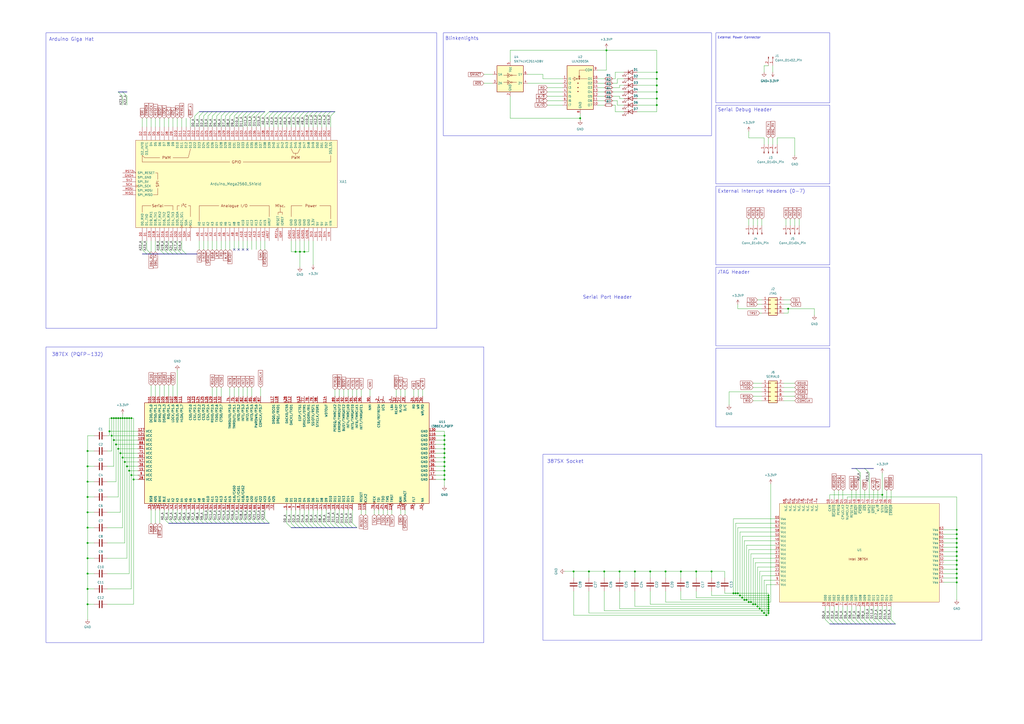
<source format=kicad_sch>
(kicad_sch (version 20231120) (generator "eeschema") (generator_version "8.0")
  (paper "A2")
  (title_block (title "Arduino80386EX + 387SX") (date "2023-01-18") (rev "2"))
  (junction (at 554.99 320.04))
  (junction (at 434.34 349.25))
  (junction (at 445.77 353.06))
  (junction (at 436.88 350.52))
  (junction (at 554.99 327.66))
  (junction (at 430.53 346.71))
  (junction (at 381 45.72))
  (junction (at 394.97 331.47))
  (junction (at 72.39 267.97))
  (junction (at 554.99 317.5))
  (junction (at 554.99 312.42))
  (junction (at 440.69 353.06))
  (junction (at 359.41 331.47))
  (junction (at 50.8 270.51))
  (junction (at 554.99 332.74))
  (junction (at 50.8 323.85))
  (junction (at 429.26 345.44))
  (junction (at 69.85 262.89))
  (junction (at 554.99 325.12))
  (junction (at 71.12 242.57))
  (junction (at 64.77 242.57))
  (junction (at 71.12 265.43))
  (junction (at 50.8 341.63))
  (junction (at 554.99 335.28))
  (junction (at 50.8 306.07))
  (junction (at 368.3 331.47))
  (junction (at 381 41.91))
  (junction (at 173.99 146.05))
  (junction (at 67.31 257.81))
  (junction (at 341.63 331.47))
  (junction (at 257.81 260.35))
  (junction (at 445.77 347.98))
  (junction (at 50.8 314.96))
  (junction (at 69.85 242.57))
  (junction (at 50.8 261.62))
  (junction (at 351.79 29.21))
  (junction (at 443.23 355.6))
  (junction (at 445.77 345.44))
  (junction (at 63.5 250.19))
  (junction (at 74.93 242.57))
  (junction (at 554.99 307.34))
  (junction (at 444.5 356.87))
  (junction (at 257.81 265.43))
  (junction (at 350.52 331.47))
  (junction (at 171.45 146.05))
  (junction (at 381 60.96))
  (junction (at 336.55 68.58))
  (junction (at 50.8 332.74))
  (junction (at 257.81 262.89))
  (junction (at 554.99 314.96))
  (junction (at 176.53 146.05))
  (junction (at 381 49.53))
  (junction (at 257.81 255.27))
  (junction (at 68.58 242.57))
  (junction (at 77.47 278.13))
  (junction (at 457.2 179.07))
  (junction (at 66.04 242.57))
  (junction (at 439.42 351.79))
  (junction (at 257.81 270.51))
  (junction (at 386.08 331.47))
  (junction (at 332.74 331.47))
  (junction (at 445.77 351.79))
  (junction (at 435.61 349.25))
  (junction (at 511.81 287.02))
  (junction (at 73.66 242.57))
  (junction (at 76.2 275.59))
  (junction (at 427.99 344.17))
  (junction (at 257.81 273.05))
  (junction (at 431.8 347.98))
  (junction (at 445.77 349.25))
  (junction (at 445.77 354.33))
  (junction (at 257.81 275.59))
  (junction (at 257.81 252.73))
  (junction (at 68.58 260.35))
  (junction (at 425.45 344.17))
  (junction (at 554.99 309.88))
  (junction (at 257.81 267.97))
  (junction (at 554.99 330.2))
  (junction (at 438.15 350.52))
  (junction (at 554.99 322.58))
  (junction (at 50.8 279.4))
  (junction (at 50.8 350.52))
  (junction (at 445.77 355.6))
  (junction (at 66.04 255.27))
  (junction (at 445.77 350.52))
  (junction (at 74.93 273.05))
  (junction (at 381 57.15))
  (junction (at 50.8 288.29))
  (junction (at 64.77 252.73))
  (junction (at 441.96 354.33))
  (junction (at 257.81 257.81))
  (junction (at 381 53.34))
  (junction (at 50.8 297.18))
  (junction (at 412.75 331.47))
  (junction (at 67.31 242.57))
  (junction (at 73.66 270.51))
  (junction (at 377.19 331.47))
  (junction (at 433.07 347.98))
  (junction (at 445.77 346.71))
  (junction (at 426.72 344.17))
  (junction (at 554.99 337.82))
  (junction (at 76.2 242.57))
  (junction (at 72.39 242.57))
  (junction (at 403.86 331.47))
  (junction (at 257.81 278.13))
  (no_connect (at 143.51 144.78))
  (no_connect (at 140.97 144.78))
  (no_connect (at 135.89 144.78))
  (no_connect (at 138.43 144.78))
  (bus_entry (at 506.73 359.41) (size 2.54 2.54))
  (bus_entry (at 140.97 300.99) (size 2.54 2.54))
  (bus_entry (at 496.57 271.78) (size 2.54 2.54))
  (bus_entry (at 107.95 300.99) (size 2.54 2.54))
  (bus_entry (at 85.09 144.78) (size 2.54 2.54))
  (bus_entry (at 135.89 64.77) (size -2.54 2.54))
  (bus_entry (at 189.23 67.31) (size 2.54 -2.54))
  (bus_entry (at 130.81 300.99) (size 2.54 2.54))
  (bus_entry (at 118.11 300.99) (size 2.54 2.54))
  (bus_entry (at 95.25 300.99) (size 2.54 2.54))
  (bus_entry (at 504.19 361.95) (size -2.54 -2.54))
  (bus_entry (at 173.99 306.07) (size -2.54 -2.54))
  (bus_entry (at 148.59 303.53) (size -2.54 -2.54))
  (bus_entry (at 509.27 359.41) (size 2.54 2.54))
  (bus_entry (at 133.35 64.77) (size -2.54 2.54))
  (bus_entry (at 100.33 144.78) (size 2.54 2.54))
  (bus_entry (at 504.19 274.32) (size -2.54 -2.54))
  (bus_entry (at 514.35 359.41) (size 2.54 2.54))
  (bus_entry (at 519.43 361.95) (size -2.54 -2.54))
  (bus_entry (at 113.03 300.99) (size 2.54 2.54))
  (bus_entry (at 171.45 306.07) (size -2.54 -2.54))
  (bus_entry (at 143.51 64.77) (size -2.54 2.54))
  (bus_entry (at 184.15 67.31) (size 2.54 -2.54))
  (bus_entry (at 128.27 300.99) (size 2.54 2.54))
  (bus_entry (at 181.61 67.31) (size 2.54 -2.54))
  (bus_entry (at 102.87 300.99) (size 2.54 2.54))
  (bus_entry (at 123.19 300.99) (size 2.54 2.54))
  (bus_entry (at 166.37 67.31) (size 2.54 -2.54))
  (bus_entry (at 153.67 64.77) (size -2.54 2.54))
  (bus_entry (at 151.13 303.53) (size -2.54 -2.54))
  (bus_entry (at 120.65 300.99) (size 2.54 2.54))
  (bus_entry (at 168.91 67.31) (size 2.54 -2.54))
  (bus_entry (at 115.57 300.99) (size 2.54 2.54))
  (bus_entry (at 146.05 303.53) (size -2.54 -2.54))
  (bus_entry (at 168.91 306.07) (size -2.54 -2.54))
  (bus_entry (at 191.77 306.07) (size -2.54 -2.54))
  (bus_entry (at 148.59 64.77) (size -2.54 2.54))
  (bus_entry (at 194.31 303.53) (size 2.54 2.54))
  (bus_entry (at 146.05 64.77) (size -2.54 2.54))
  (bus_entry (at 92.71 144.78) (size 2.54 2.54))
  (bus_entry (at 125.73 300.99) (size 2.54 2.54))
  (bus_entry (at 499.11 361.95) (size -2.54 -2.54))
  (bus_entry (at 102.87 144.78) (size 2.54 2.54))
  (bus_entry (at 501.65 361.95) (size -2.54 -2.54))
  (bus_entry (at 207.01 306.07) (size -2.54 -2.54))
  (bus_entry (at 179.07 306.07) (size -2.54 -2.54))
  (bus_entry (at 135.89 300.99) (size 2.54 2.54))
  (bus_entry (at 496.57 361.95) (size -2.54 -2.54))
  (bus_entry (at 105.41 144.78) (size 2.54 2.54))
  (bus_entry (at 100.33 300.99) (size 2.54 2.54))
  (bus_entry (at 128.27 64.77) (size -2.54 2.54))
  (bus_entry (at 179.07 67.31) (size 2.54 -2.54))
  (bus_entry (at 97.79 144.78) (size 2.54 2.54))
  (bus_entry (at 105.41 300.99) (size 2.54 2.54))
  (bus_entry (at 130.81 64.77) (size -2.54 2.54))
  (bus_entry (at 82.55 144.78) (size 2.54 2.54))
  (bus_entry (at 97.79 300.99) (size 2.54 2.54))
  (bus_entry (at 488.95 361.95) (size -2.54 -2.54))
  (bus_entry (at 120.65 67.31) (size 2.54 -2.54))
  (bus_entry (at 110.49 300.99) (size 2.54 2.54))
  (bus_entry (at 151.13 64.77) (size -2.54 2.54))
  (bus_entry (at 191.77 67.31) (size 2.54 -2.54))
  (bus_entry (at 481.33 361.95) (size -2.54 -2.54))
  (bus_entry (at 153.67 300.99) (size 2.54 2.54))
  (bus_entry (at 184.15 306.07) (size -2.54 -2.54))
  (bus_entry (at 163.83 64.77) (size -2.54 2.54))
  (bus_entry (at 514.35 361.95) (size -2.54 -2.54))
  (bus_entry (at 166.37 64.77) (size -2.54 2.54))
  (bus_entry (at 201.93 306.07) (size -2.54 -2.54))
  (bus_entry (at 494.03 361.95) (size -2.54 -2.54))
  (bus_entry (at 194.31 306.07) (size -2.54 -2.54))
  (bus_entry (at 176.53 67.31) (size 2.54 -2.54))
  (bus_entry (at 176.53 306.07) (size -2.54 -2.54))
  (bus_entry (at 151.13 300.99) (size 2.54 2.54))
  (bus_entry (at 73.66 55.88) (size -2.54 -2.54))
  (bus_entry (at 196.85 303.53) (size 2.54 2.54))
  (bus_entry (at 95.25 144.78) (size 2.54 2.54))
  (bus_entry (at 71.12 55.88) (size -2.54 -2.54))
  (bus_entry (at 138.43 300.99) (size 2.54 2.54))
  (bus_entry (at 486.41 361.95) (size -2.54 -2.54))
  (bus_entry (at 189.23 306.07) (size -2.54 -2.54))
  (bus_entry (at 133.35 300.99) (size 2.54 2.54))
  (bus_entry (at 186.69 67.31) (size 2.54 -2.54))
  (bus_entry (at 156.21 64.77) (size -2.54 2.54))
  (bus_entry (at 181.61 306.07) (size -2.54 -2.54))
  (bus_entry (at 173.99 67.31) (size 2.54 -2.54))
  (bus_entry (at 125.73 64.77) (size -2.54 2.54))
  (bus_entry (at 201.93 303.53) (size 2.54 2.54))
  (bus_entry (at 115.57 67.31) (size 2.54 -2.54))
  (bus_entry (at 140.97 64.77) (size -2.54 2.54))
  (bus_entry (at 138.43 64.77) (size -2.54 2.54))
  (bus_entry (at 161.29 64.77) (size -2.54 2.54))
  (bus_entry (at 506.73 361.95) (size -2.54 -2.54))
  (bus_entry (at 483.87 361.95) (size -2.54 -2.54))
  (bus_entry (at 115.57 64.77) (size -2.54 2.54))
  (bus_entry (at 171.45 67.31) (size 2.54 -2.54))
  (bus_entry (at 186.69 306.07) (size -2.54 -2.54))
  (bus_entry (at 158.75 64.77) (size -2.54 2.54))
  (bus_entry (at 491.49 361.95) (size -2.54 -2.54))
  (bus_entry (at 118.11 67.31) (size 2.54 -2.54))
  (wire (pts (xy 62.23 306.07) (xy 71.12 306.07)))
  (wire (pts (xy 491.49 351.79) (xy 491.49 359.41)))
  (wire (pts (xy 494.03 351.79) (xy 494.03 359.41)))
  (wire (pts (xy 454.66 173.99) (xy 458.47 173.99)))
  (wire (pts (xy 138.43 300.99) (xy 138.43 295.91)))
  (wire (pts (xy 50.8 350.52) (xy 54.61 350.52)))
  (wire (pts (xy 62.23 332.74) (xy 74.93 332.74)))
  (bus (pts (xy 135.89 303.53) (xy 138.43 303.53)))
  (wire (pts (xy 355.6 53.34) (xy 361.95 53.34)))
  (wire (pts (xy 153.67 300.99) (xy 153.67 295.91)))
  (bus (pts (xy 501.65 271.78) (xy 506.73 271.78)))
  (wire (pts (xy 201.93 295.91) (xy 201.93 303.53)))
  (wire (pts (xy 234.95 226.06) (xy 234.95 229.87)))
  (wire (pts (xy 361.95 57.15) (xy 359.41 57.15)))
  (wire (pts (xy 102.87 68.58) (xy 102.87 73.66)))
  (bus (pts (xy 105.41 303.53) (xy 107.95 303.53)))
  (wire (pts (xy 332.74 342.9) (xy 332.74 356.87)))
  (bus (pts (xy 514.35 361.95) (xy 516.89 361.95)))
  (wire (pts (xy 449.58 339.09) (xy 444.5 339.09)))
  (wire (pts (xy 125.73 224.79) (xy 125.73 229.87)))
  (wire (pts (xy 156.21 67.31) (xy 156.21 73.66)))
  (wire (pts (xy 444.5 356.87) (xy 445.77 356.87)))
  (wire (pts (xy 445.77 356.87) (xy 445.77 355.6)))
  (wire (pts (xy 547.37 327.66) (xy 554.99 327.66)))
  (wire (pts (xy 113.03 300.99) (xy 113.03 295.91)))
  (wire (pts (xy 358.14 48.26) (xy 355.6 48.26)))
  (wire (pts (xy 179.07 67.31) (xy 179.07 73.66)))
  (wire (pts (xy 455.93 127) (xy 455.93 130.81)))
  (wire (pts (xy 356.87 60.96) (xy 356.87 64.77)))
  (wire (pts (xy 74.93 273.05) (xy 74.93 242.57)))
  (bus (pts (xy 102.87 147.32) (xy 105.41 147.32)))
  (wire (pts (xy 146.05 224.79) (xy 146.05 229.87)))
  (wire (pts (xy 63.5 250.19) (xy 80.01 250.19)))
  (wire (pts (xy 461.01 80.01) (xy 461.01 90.17)))
  (wire (pts (xy 547.37 309.88) (xy 554.99 309.88)))
  (wire (pts (xy 196.85 295.91) (xy 196.85 303.53)))
  (wire (pts (xy 138.43 224.79) (xy 138.43 229.87)))
  (bus (pts (xy 516.89 361.95) (xy 519.43 361.95)))
  (wire (pts (xy 181.61 295.91) (xy 181.61 303.53)))
  (wire (pts (xy 163.83 67.31) (xy 163.83 73.66)))
  (wire (pts (xy 135.89 67.31) (xy 135.89 73.66)))
  (wire (pts (xy 73.66 270.51) (xy 80.01 270.51)))
  (wire (pts (xy 501.65 284.48) (xy 501.65 289.56)))
  (wire (pts (xy 135.89 139.7) (xy 135.89 144.78)))
  (wire (pts (xy 317.5 55.88) (xy 326.39 55.88)))
  (wire (pts (xy 125.73 139.7) (xy 125.73 144.78)))
  (bus (pts (xy 491.49 361.95) (xy 494.03 361.95)))
  (wire (pts (xy 69.85 262.89) (xy 80.01 262.89)))
  (wire (pts (xy 87.63 139.7) (xy 87.63 146.05)))
  (wire (pts (xy 317.5 60.96) (xy 326.39 60.96)))
  (wire (pts (xy 50.8 279.4) (xy 54.61 279.4)))
  (wire (pts (xy 450.85 80.01) (xy 461.01 80.01)))
  (wire (pts (xy 427.99 344.17) (xy 445.77 344.17)))
  (wire (pts (xy 449.58 316.23) (xy 433.07 316.23)))
  (wire (pts (xy 71.12 242.57) (xy 72.39 242.57)))
  (wire (pts (xy 50.8 270.51) (xy 50.8 279.4)))
  (wire (pts (xy 427.99 179.07) (xy 441.96 179.07)))
  (wire (pts (xy 420.37 331.47) (xy 420.37 335.28)))
  (wire (pts (xy 445.77 354.33) (xy 445.77 353.06)))
  (wire (pts (xy 511.81 274.32) (xy 511.81 287.02)))
  (bus (pts (xy 146.05 64.77) (xy 143.51 64.77)))
  (bus (pts (xy 140.97 64.77) (xy 138.43 64.77)))
  (wire (pts (xy 356.87 41.91) (xy 356.87 45.72)))
  (wire (pts (xy 140.97 300.99) (xy 140.97 295.91)))
  (wire (pts (xy 361.95 60.96) (xy 358.14 60.96)))
  (wire (pts (xy 381 53.34) (xy 381 57.15)))
  (wire (pts (xy 100.33 300.99) (xy 100.33 295.91)))
  (wire (pts (xy 351.79 29.21) (xy 351.79 40.64)))
  (wire (pts (xy 118.11 67.31) (xy 118.11 73.66)))
  (wire (pts (xy 481.33 287.02) (xy 511.81 287.02)))
  (wire (pts (xy 50.8 306.07) (xy 50.8 314.96)))
  (wire (pts (xy 140.97 139.7) (xy 140.97 144.78)))
  (bus (pts (xy 105.41 147.32) (xy 107.95 147.32)))
  (bus (pts (xy 514.35 361.95) (xy 511.81 361.95)))
  (wire (pts (xy 85.09 144.78) (xy 85.09 139.7)))
  (wire (pts (xy 257.81 275.59) (xy 257.81 278.13)))
  (wire (pts (xy 369.57 64.77) (xy 381 64.77)))
  (bus (pts (xy 163.83 64.77) (xy 161.29 64.77)))
  (wire (pts (xy 439.42 176.53) (xy 441.96 176.53)))
  (wire (pts (xy 554.99 307.34) (xy 554.99 309.88)))
  (wire (pts (xy 110.49 300.99) (xy 110.49 295.91)))
  (wire (pts (xy 128.27 300.99) (xy 128.27 295.91)))
  (wire (pts (xy 554.99 330.2) (xy 554.99 332.74)))
  (wire (pts (xy 438.15 326.39) (xy 438.15 350.52)))
  (wire (pts (xy 554.99 337.82) (xy 554.99 347.98)))
  (wire (pts (xy 359.41 331.47) (xy 350.52 331.47)))
  (wire (pts (xy 454.66 229.87) (xy 461.01 229.87)))
  (wire (pts (xy 133.35 67.31) (xy 133.35 73.66)))
  (wire (pts (xy 445.77 355.6) (xy 445.77 354.33)))
  (wire (pts (xy 50.8 279.4) (xy 50.8 288.29)))
  (wire (pts (xy 64.77 261.62) (xy 64.77 252.73)))
  (wire (pts (xy 346.71 48.26) (xy 350.52 48.26)))
  (wire (pts (xy 118.11 300.99) (xy 118.11 295.91)))
  (wire (pts (xy 168.91 146.05) (xy 171.45 146.05)))
  (bus (pts (xy 148.59 64.77) (xy 146.05 64.77)))
  (wire (pts (xy 196.85 226.06) (xy 196.85 229.87)))
  (bus (pts (xy 133.35 64.77) (xy 130.81 64.77)))
  (bus (pts (xy 102.87 303.53) (xy 105.41 303.53)))
  (wire (pts (xy 102.87 214.63) (xy 102.87 229.87)))
  (wire (pts (xy 76.2 275.59) (xy 80.01 275.59)))
  (wire (pts (xy 454.66 179.07) (xy 457.2 179.07)))
  (wire (pts (xy 168.91 139.7) (xy 168.91 146.05)))
  (wire (pts (xy 64.77 252.73) (xy 64.77 242.57)))
  (wire (pts (xy 454.66 181.61) (xy 457.2 181.61)))
  (wire (pts (xy 257.81 260.35) (xy 257.81 262.89)))
  (wire (pts (xy 92.71 68.58) (xy 92.71 73.66)))
  (wire (pts (xy 350.52 342.9) (xy 350.52 354.33)))
  (wire (pts (xy 148.59 67.31) (xy 148.59 73.66)))
  (wire (pts (xy 227.33 295.91) (xy 227.33 298.45)))
  (wire (pts (xy 257.81 278.13) (xy 257.81 281.94)))
  (wire (pts (xy 394.97 347.98) (xy 431.8 347.98)))
  (wire (pts (xy 436.88 127) (xy 436.88 130.81)))
  (wire (pts (xy 232.41 295.91) (xy 232.41 298.45)))
  (bus (pts (xy 483.87 361.95) (xy 486.41 361.95)))
  (wire (pts (xy 483.87 351.79) (xy 483.87 359.41)))
  (wire (pts (xy 63.5 252.73) (xy 63.5 250.19)))
  (wire (pts (xy 504.19 351.79) (xy 504.19 359.41)))
  (bus (pts (xy 87.63 147.32) (xy 95.25 147.32)))
  (wire (pts (xy 135.89 300.99) (xy 135.89 295.91)))
  (wire (pts (xy 336.55 68.58) (xy 336.55 69.85)))
  (wire (pts (xy 547.37 322.58) (xy 554.99 322.58)))
  (wire (pts (xy 547.37 330.2) (xy 554.99 330.2)))
  (wire (pts (xy 68.58 260.35) (xy 80.01 260.35)))
  (wire (pts (xy 377.19 342.9) (xy 377.19 350.52)))
  (wire (pts (xy 199.39 226.06) (xy 199.39 229.87)))
  (bus (pts (xy 191.77 64.77) (xy 189.23 64.77)))
  (wire (pts (xy 403.86 331.47) (xy 394.97 331.47)))
  (wire (pts (xy 72.39 267.97) (xy 80.01 267.97)))
  (wire (pts (xy 449.58 300.99) (xy 425.45 300.99)))
  (wire (pts (xy 501.65 351.79) (xy 501.65 359.41)))
  (wire (pts (xy 95.25 68.58) (xy 95.25 73.66)))
  (wire (pts (xy 66.04 255.27) (xy 80.01 255.27)))
  (wire (pts (xy 194.31 295.91) (xy 194.31 303.53)))
  (wire (pts (xy 369.57 57.15) (xy 381 57.15)))
  (wire (pts (xy 454.66 222.25) (xy 461.01 222.25)))
  (wire (pts (xy 50.8 270.51) (xy 54.61 270.51)))
  (wire (pts (xy 191.77 67.31) (xy 191.77 73.66)))
  (wire (pts (xy 77.47 350.52) (xy 77.47 278.13)))
  (wire (pts (xy 125.73 300.99) (xy 125.73 295.91)))
  (wire (pts (xy 547.37 337.82) (xy 554.99 337.82)))
  (wire (pts (xy 67.31 279.4) (xy 67.31 257.81)))
  (wire (pts (xy 478.79 351.79) (xy 478.79 359.41)))
  (wire (pts (xy 429.26 345.44) (xy 445.77 345.44)))
  (wire (pts (xy 369.57 41.91) (xy 381 41.91)))
  (wire (pts (xy 171.45 146.05) (xy 173.99 146.05)))
  (wire (pts (xy 306.07 48.26) (xy 326.39 48.26)))
  (wire (pts (xy 554.99 325.12) (xy 554.99 327.66)))
  (wire (pts (xy 176.53 67.31) (xy 176.53 73.66)))
  (wire (pts (xy 449.58 313.69) (xy 431.8 313.69)))
  (wire (pts (xy 426.72 303.53) (xy 426.72 344.17)))
  (wire (pts (xy 50.8 341.63) (xy 54.61 341.63)))
  (wire (pts (xy 496.57 284.48) (xy 496.57 289.56)))
  (wire (pts (xy 140.97 67.31) (xy 140.97 73.66)))
  (wire (pts (xy 69.85 297.18) (xy 69.85 262.89)))
  (wire (pts (xy 76.2 341.63) (xy 76.2 275.59)))
  (wire (pts (xy 341.63 331.47) (xy 332.74 331.47)))
  (wire (pts (xy 73.66 55.88) (xy 73.66 60.96)))
  (wire (pts (xy 189.23 295.91) (xy 189.23 303.53)))
  (wire (pts (xy 204.47 226.06) (xy 204.47 229.87)))
  (bus (pts (xy 161.29 64.77) (xy 158.75 64.77)))
  (wire (pts (xy 97.79 144.78) (xy 97.79 139.7)))
  (wire (pts (xy 351.79 29.21) (xy 381 29.21)))
  (bus (pts (xy 501.65 361.95) (xy 504.19 361.95)))
  (wire (pts (xy 87.63 223.52) (xy 87.63 229.87)))
  (bus (pts (xy 488.95 361.95) (xy 491.49 361.95)))
  (wire (pts (xy 377.19 331.47) (xy 377.19 335.28)))
  (wire (pts (xy 443.23 336.55) (xy 443.23 355.6)))
  (wire (pts (xy 107.95 68.58) (xy 107.95 73.66)))
  (wire (pts (xy 90.17 68.58) (xy 90.17 73.66)))
  (wire (pts (xy 100.33 68.58) (xy 100.33 73.66)))
  (wire (pts (xy 427.99 306.07) (xy 427.99 344.17)))
  (wire (pts (xy 171.45 139.7) (xy 171.45 146.05)))
  (wire (pts (xy 105.41 144.78) (xy 105.41 139.7)))
  (wire (pts (xy 207.01 226.06) (xy 207.01 229.87)))
  (wire (pts (xy 176.53 139.7) (xy 176.53 146.05)))
  (bus (pts (xy 179.07 306.07) (xy 181.61 306.07)))
  (wire (pts (xy 252.73 257.81) (xy 257.81 257.81)))
  (wire (pts (xy 252.73 275.59) (xy 257.81 275.59)))
  (wire (pts (xy 82.55 68.58) (xy 82.55 73.66)))
  (wire (pts (xy 422.91 234.95) (xy 422.91 227.33)))
  (wire (pts (xy 224.79 295.91) (xy 224.79 298.45)))
  (wire (pts (xy 100.33 144.78) (xy 100.33 139.7)))
  (bus (pts (xy 143.51 303.53) (xy 146.05 303.53)))
  (wire (pts (xy 332.74 331.47) (xy 327.66 331.47)))
  (wire (pts (xy 359.41 49.53) (xy 359.41 50.8)))
  (bus (pts (xy 120.65 64.77) (xy 118.11 64.77)))
  (wire (pts (xy 118.11 139.7) (xy 118.11 144.78)))
  (bus (pts (xy 120.65 303.53) (xy 123.19 303.53)))
  (wire (pts (xy 257.81 250.19) (xy 257.81 252.73)))
  (bus (pts (xy 173.99 64.77) (xy 171.45 64.77)))
  (bus (pts (xy 115.57 303.53) (xy 118.11 303.53)))
  (wire (pts (xy 73.66 242.57) (xy 73.66 270.51)))
  (wire (pts (xy 425.45 344.17) (xy 426.72 344.17)))
  (wire (pts (xy 381 45.72) (xy 381 49.53)))
  (bus (pts (xy 176.53 64.77) (xy 173.99 64.77)))
  (wire (pts (xy 151.13 139.7) (xy 151.13 144.78)))
  (wire (pts (xy 214.63 226.06) (xy 214.63 229.87)))
  (wire (pts (xy 547.37 314.96) (xy 554.99 314.96)))
  (wire (pts (xy 87.63 295.91) (xy 87.63 303.53)))
  (wire (pts (xy 481.33 287.02) (xy 481.33 289.56)))
  (wire (pts (xy 445.77 349.25) (xy 445.77 350.52)))
  (wire (pts (xy 143.51 224.79) (xy 143.51 229.87)))
  (wire (pts (xy 554.99 317.5) (xy 554.99 320.04)))
  (wire (pts (xy 436.88 229.87) (xy 441.96 229.87)))
  (wire (pts (xy 448.31 38.1) (xy 448.31 41.91)))
  (wire (pts (xy 356.87 45.72) (xy 355.6 45.72)))
  (wire (pts (xy 431.8 313.69) (xy 431.8 347.98)))
  (wire (pts (xy 439.42 328.93) (xy 439.42 351.79)))
  (wire (pts (xy 504.19 274.32) (xy 504.19 289.56)))
  (wire (pts (xy 50.8 297.18) (xy 54.61 297.18)))
  (wire (pts (xy 173.99 295.91) (xy 173.99 303.53)))
  (wire (pts (xy 151.13 224.79) (xy 151.13 229.87)))
  (bus (pts (xy 179.07 64.77) (xy 176.53 64.77)))
  (wire (pts (xy 341.63 342.9) (xy 341.63 355.6)))
  (wire (pts (xy 386.08 331.47) (xy 386.08 335.28)))
  (wire (pts (xy 449.58 306.07) (xy 427.99 306.07)))
  (wire (pts (xy 209.55 226.06) (xy 209.55 229.87)))
  (bus (pts (xy 130.81 64.77) (xy 128.27 64.77)))
  (bus (pts (xy 481.33 361.95) (xy 483.87 361.95)))
  (wire (pts (xy 102.87 144.78) (xy 102.87 139.7)))
  (wire (pts (xy 332.74 356.87) (xy 444.5 356.87)))
  (wire (pts (xy 66.04 242.57) (xy 67.31 242.57)))
  (wire (pts (xy 67.31 257.81) (xy 80.01 257.81)))
  (wire (pts (xy 62.23 341.63) (xy 76.2 341.63)))
  (wire (pts (xy 257.81 273.05) (xy 257.81 275.59)))
  (wire (pts (xy 547.37 325.12) (xy 554.99 325.12)))
  (wire (pts (xy 511.81 351.79) (xy 511.81 359.41)))
  (bus (pts (xy 125.73 303.53) (xy 128.27 303.53)))
  (wire (pts (xy 506.73 284.48) (xy 506.73 289.56)))
  (bus (pts (xy 95.25 147.32) (xy 97.79 147.32)))
  (bus (pts (xy 171.45 64.77) (xy 168.91 64.77)))
  (wire (pts (xy 138.43 67.31) (xy 138.43 73.66)))
  (wire (pts (xy 488.95 351.79) (xy 488.95 359.41)))
  (wire (pts (xy 454.66 232.41) (xy 461.01 232.41)))
  (wire (pts (xy 128.27 139.7) (xy 128.27 144.78)))
  (wire (pts (xy 458.47 127) (xy 458.47 130.81)))
  (wire (pts (xy 368.3 342.9) (xy 368.3 351.79)))
  (wire (pts (xy 350.52 331.47) (xy 341.63 331.47)))
  (wire (pts (xy 50.8 252.73) (xy 50.8 261.62)))
  (wire (pts (xy 50.8 261.62) (xy 54.61 261.62)))
  (wire (pts (xy 449.58 326.39) (xy 438.15 326.39)))
  (bus (pts (xy 107.95 303.53) (xy 110.49 303.53)))
  (wire (pts (xy 361.95 49.53) (xy 359.41 49.53)))
  (wire (pts (xy 547.37 320.04) (xy 554.99 320.04)))
  (wire (pts (xy 90.17 139.7) (xy 90.17 146.05)))
  (wire (pts (xy 245.11 226.06) (xy 245.11 229.87)))
  (wire (pts (xy 449.58 318.77) (xy 434.34 318.77)))
  (wire (pts (xy 422.91 227.33) (xy 441.96 227.33)))
  (wire (pts (xy 176.53 295.91) (xy 176.53 303.53)))
  (wire (pts (xy 110.49 68.58) (xy 110.49 73.66)))
  (wire (pts (xy 554.99 322.58) (xy 554.99 325.12)))
  (wire (pts (xy 381 41.91) (xy 381 45.72)))
  (wire (pts (xy 461.01 127) (xy 461.01 130.81)))
  (wire (pts (xy 66.04 242.57) (xy 66.04 255.27)))
  (wire (pts (xy 77.47 278.13) (xy 80.01 278.13)))
  (wire (pts (xy 252.73 260.35) (xy 257.81 260.35)))
  (wire (pts (xy 186.69 295.91) (xy 186.69 303.53)))
  (bus (pts (xy 151.13 64.77) (xy 148.59 64.77)))
  (wire (pts (xy 554.99 332.74) (xy 554.99 335.28)))
  (wire (pts (xy 491.49 288.29) (xy 491.49 289.56)))
  (wire (pts (xy 50.8 297.18) (xy 50.8 306.07)))
  (wire (pts (xy 420.37 342.9) (xy 420.37 344.17)))
  (wire (pts (xy 171.45 67.31) (xy 171.45 73.66)))
  (wire (pts (xy 97.79 223.52) (xy 97.79 229.87)))
  (wire (pts (xy 445.77 353.06) (xy 445.77 351.79)))
  (wire (pts (xy 434.34 349.25) (xy 435.61 349.25)))
  (wire (pts (xy 252.73 250.19) (xy 257.81 250.19)))
  (wire (pts (xy 171.45 295.91) (xy 171.45 303.53)))
  (wire (pts (xy 140.97 224.79) (xy 140.97 229.87)))
  (wire (pts (xy 449.58 328.93) (xy 439.42 328.93)))
  (wire (pts (xy 440.69 181.61) (xy 441.96 181.61)))
  (wire (pts (xy 146.05 67.31) (xy 146.05 73.66)))
  (bus (pts (xy 153.67 64.77) (xy 151.13 64.77)))
  (wire (pts (xy 179.07 295.91) (xy 179.07 303.53)))
  (wire (pts (xy 509.27 351.79) (xy 509.27 359.41)))
  (wire (pts (xy 257.81 262.89) (xy 257.81 265.43)))
  (wire (pts (xy 72.39 242.57) (xy 72.39 267.97)))
  (wire (pts (xy 386.08 349.25) (xy 434.34 349.25)))
  (bus (pts (xy 191.77 306.07) (xy 194.31 306.07)))
  (wire (pts (xy 64.77 252.73) (xy 80.01 252.73)))
  (wire (pts (xy 151.13 300.99) (xy 151.13 295.91)))
  (wire (pts (xy 295.91 68.58) (xy 336.55 68.58)))
  (wire (pts (xy 62.23 279.4) (xy 67.31 279.4)))
  (wire (pts (xy 63.5 242.57) (xy 63.5 250.19)))
  (wire (pts (xy 554.99 312.42) (xy 554.99 314.96)))
  (wire (pts (xy 441.96 334.01) (xy 441.96 354.33)))
  (wire (pts (xy 68.58 242.57) (xy 69.85 242.57)))
  (wire (pts (xy 229.87 226.06) (xy 229.87 229.87)))
  (wire (pts (xy 445.77 347.98) (xy 445.77 349.25)))
  (wire (pts (xy 454.66 176.53) (xy 458.47 176.53)))
  (wire (pts (xy 554.99 335.28) (xy 554.99 337.82)))
  (wire (pts (xy 143.51 300.99) (xy 143.51 295.91)))
  (wire (pts (xy 381 29.21) (xy 381 41.91)))
  (wire (pts (xy 361.95 45.72) (xy 358.14 45.72)))
  (bus (pts (xy 168.91 306.07) (xy 171.45 306.07)))
  (bus (pts (xy 496.57 271.78) (xy 501.65 271.78)))
  (wire (pts (xy 368.3 331.47) (xy 377.19 331.47)))
  (wire (pts (xy 472.44 179.07) (xy 472.44 182.88)))
  (wire (pts (xy 436.88 232.41) (xy 441.96 232.41)))
  (bus (pts (xy 506.73 361.95) (xy 509.27 361.95)))
  (wire (pts (xy 359.41 342.9) (xy 359.41 353.06)))
  (wire (pts (xy 72.39 314.96) (xy 72.39 267.97)))
  (wire (pts (xy 125.73 67.31) (xy 125.73 73.66)))
  (wire (pts (xy 62.23 288.29) (xy 68.58 288.29)))
  (wire (pts (xy 506.73 351.79) (xy 506.73 359.41)))
  (wire (pts (xy 69.85 242.57) (xy 71.12 242.57)))
  (wire (pts (xy 554.99 309.88) (xy 554.99 312.42)))
  (bus (pts (xy 146.05 303.53) (xy 148.59 303.53)))
  (wire (pts (xy 554.99 320.04) (xy 554.99 322.58)))
  (wire (pts (xy 445.77 350.52) (xy 445.77 351.79)))
  (wire (pts (xy 381 57.15) (xy 381 60.96)))
  (bus (pts (xy 128.27 303.53) (xy 130.81 303.53)))
  (wire (pts (xy 158.75 67.31) (xy 158.75 73.66)))
  (wire (pts (xy 252.73 262.89) (xy 257.81 262.89)))
  (wire (pts (xy 68.58 288.29) (xy 68.58 260.35)))
  (wire (pts (xy 444.5 339.09) (xy 444.5 356.87)))
  (bus (pts (xy 194.31 64.77) (xy 191.77 64.77)))
  (wire (pts (xy 189.23 67.31) (xy 189.23 73.66)))
  (bus (pts (xy 97.79 147.32) (xy 100.33 147.32)))
  (bus (pts (xy 110.49 303.53) (xy 113.03 303.53)))
  (wire (pts (xy 369.57 60.96) (xy 381 60.96)))
  (wire (pts (xy 181.61 67.31) (xy 181.61 73.66)))
  (wire (pts (xy 457.2 181.61) (xy 457.2 179.07)))
  (bus (pts (xy 199.39 306.07) (xy 196.85 306.07)))
  (wire (pts (xy 381 60.96) (xy 381 64.77)))
  (wire (pts (xy 62.23 323.85) (xy 73.66 323.85)))
  (wire (pts (xy 130.81 139.7) (xy 130.81 144.78)))
  (wire (pts (xy 547.37 332.74) (xy 554.99 332.74)))
  (wire (pts (xy 72.39 242.57) (xy 73.66 242.57)))
  (wire (pts (xy 68.58 242.57) (xy 68.58 260.35)))
  (wire (pts (xy 554.99 327.66) (xy 554.99 330.2)))
  (wire (pts (xy 499.11 351.79) (xy 499.11 359.41)))
  (bus (pts (xy 113.03 303.53) (xy 115.57 303.53)))
  (wire (pts (xy 341.63 331.47) (xy 341.63 335.28)))
  (wire (pts (xy 50.8 261.62) (xy 50.8 270.51)))
  (bus (pts (xy 176.53 306.07) (xy 179.07 306.07)))
  (wire (pts (xy 62.23 252.73) (xy 63.5 252.73)))
  (wire (pts (xy 386.08 331.47) (xy 394.97 331.47)))
  (wire (pts (xy 90.17 295.91) (xy 90.17 303.53)))
  (wire (pts (xy 403.86 346.71) (xy 430.53 346.71)))
  (wire (pts (xy 130.81 67.31) (xy 130.81 73.66)))
  (bus (pts (xy 184.15 306.07) (xy 186.69 306.07)))
  (bus (pts (xy 148.59 303.53) (xy 151.13 303.53)))
  (wire (pts (xy 257.81 267.97) (xy 257.81 270.51)))
  (wire (pts (xy 439.42 127) (xy 439.42 130.81)))
  (wire (pts (xy 368.3 351.79) (xy 439.42 351.79)))
  (wire (pts (xy 412.75 342.9) (xy 412.75 345.44)))
  (wire (pts (xy 346.71 50.8) (xy 350.52 50.8)))
  (wire (pts (xy 443.23 355.6) (xy 445.77 355.6)))
  (wire (pts (xy 252.73 252.73) (xy 257.81 252.73)))
  (wire (pts (xy 368.3 331.47) (xy 368.3 335.28)))
  (wire (pts (xy 153.67 139.7) (xy 153.67 144.78)))
  (wire (pts (xy 77.47 278.13) (xy 77.47 242.57)))
  (wire (pts (xy 92.71 295.91) (xy 92.71 303.53)))
  (wire (pts (xy 439.42 351.79) (xy 445.77 351.79)))
  (wire (pts (xy 73.66 242.57) (xy 74.93 242.57)))
  (wire (pts (xy 113.03 67.31) (xy 113.03 73.66)))
  (bus (pts (xy 181.61 306.07) (xy 184.15 306.07)))
  (wire (pts (xy 336.55 66.04) (xy 336.55 68.58)))
  (wire (pts (xy 449.58 321.31) (xy 435.61 321.31)))
  (wire (pts (xy 71.12 55.88) (xy 71.12 60.96)))
  (wire (pts (xy 403.86 331.47) (xy 403.86 335.28)))
  (wire (pts (xy 359.41 353.06) (xy 440.69 353.06)))
  (wire (pts (xy 115.57 300.99) (xy 115.57 295.91)))
  (wire (pts (xy 377.19 331.47) (xy 386.08 331.47)))
  (wire (pts (xy 433.07 347.98) (xy 445.77 347.98)))
  (wire (pts (xy 62.23 297.18) (xy 69.85 297.18)))
  (wire (pts (xy 358.14 60.96) (xy 358.14 58.42)))
  (wire (pts (xy 97.79 300.99) (xy 97.79 295.91)))
  (wire (pts (xy 443.23 80.01) (xy 443.23 83.82)))
  (wire (pts (xy 148.59 139.7) (xy 148.59 144.78)))
  (wire (pts (xy 242.57 226.06) (xy 242.57 229.87)))
  (bus (pts (xy 181.61 64.77) (xy 179.07 64.77)))
  (wire (pts (xy 130.81 300.99) (xy 130.81 295.91)))
  (wire (pts (xy 488.95 284.48) (xy 488.95 289.56)))
  (bus (pts (xy 173.99 306.07) (xy 176.53 306.07)))
  (wire (pts (xy 184.15 67.31) (xy 184.15 73.66)))
  (wire (pts (xy 67.31 242.57) (xy 67.31 257.81)))
  (bus (pts (xy 135.89 64.77) (xy 133.35 64.77)))
  (wire (pts (xy 105.41 68.58) (xy 105.41 73.66)))
  (wire (pts (xy 369.57 45.72) (xy 381 45.72)))
  (wire (pts (xy 439.42 173.99) (xy 441.96 173.99)))
  (wire (pts (xy 87.63 68.58) (xy 87.63 73.66)))
  (wire (pts (xy 449.58 311.15) (xy 430.53 311.15)))
  (bus (pts (xy 184.15 64.77) (xy 181.61 64.77)))
  (bus (pts (xy 494.03 361.95) (xy 496.57 361.95)))
  (wire (pts (xy 443.23 41.91) (xy 443.23 38.1)))
  (bus (pts (xy 499.11 361.95) (xy 501.65 361.95)))
  (wire (pts (xy 105.41 300.99) (xy 105.41 295.91)))
  (wire (pts (xy 516.89 351.79) (xy 516.89 359.41)))
  (wire (pts (xy 82.55 144.78) (xy 82.55 139.7)))
  (wire (pts (xy 74.93 242.57) (xy 76.2 242.57)))
  (bus (pts (xy 189.23 306.07) (xy 191.77 306.07)))
  (wire (pts (xy 412.75 331.47) (xy 403.86 331.47)))
  (wire (pts (xy 346.71 60.96) (xy 350.52 60.96)))
  (wire (pts (xy 377.19 350.52) (xy 436.88 350.52)))
  (wire (pts (xy 257.81 265.43) (xy 257.81 267.97)))
  (wire (pts (xy 499.11 274.32) (xy 499.11 289.56)))
  (wire (pts (xy 430.53 311.15) (xy 430.53 346.71)))
  (wire (pts (xy 358.14 45.72) (xy 358.14 48.26)))
  (bus (pts (xy 194.31 306.07) (xy 196.85 306.07)))
  (wire (pts (xy 358.14 58.42) (xy 355.6 58.42)))
  (wire (pts (xy 120.65 139.7) (xy 120.65 144.78)))
  (wire (pts (xy 509.27 284.48) (xy 509.27 289.56)))
  (wire (pts (xy 50.8 332.74) (xy 50.8 341.63)))
  (wire (pts (xy 133.35 300.99) (xy 133.35 295.91)))
  (wire (pts (xy 257.81 270.51) (xy 257.81 273.05)))
  (wire (pts (xy 280.67 48.26) (xy 285.75 48.26)))
  (wire (pts (xy 454.66 227.33) (xy 461.01 227.33)))
  (wire (pts (xy 438.15 350.52) (xy 445.77 350.52)))
  (bus (pts (xy 140.97 303.53) (xy 143.51 303.53)))
  (wire (pts (xy 153.67 67.31) (xy 153.67 73.66)))
  (wire (pts (xy 448.31 80.01) (xy 448.31 83.82)))
  (wire (pts (xy 486.41 351.79) (xy 486.41 359.41)))
  (bus (pts (xy 71.12 53.34) (xy 73.66 53.34)))
  (wire (pts (xy 50.8 314.96) (xy 54.61 314.96)))
  (wire (pts (xy 516.89 284.48) (xy 516.89 289.56)))
  (wire (pts (xy 166.37 67.31) (xy 166.37 73.66)))
  (bus (pts (xy 186.69 64.77) (xy 184.15 64.77)))
  (wire (pts (xy 449.58 323.85) (xy 436.88 323.85)))
  (wire (pts (xy 412.75 345.44) (xy 429.26 345.44)))
  (wire (pts (xy 173.99 67.31) (xy 173.99 73.66)))
  (wire (pts (xy 191.77 295.91) (xy 191.77 303.53)))
  (bus (pts (xy 511.81 361.95) (xy 509.27 361.95)))
  (wire (pts (xy 50.8 323.85) (xy 50.8 332.74)))
  (wire (pts (xy 454.66 224.79) (xy 461.01 224.79)))
  (wire (pts (xy 123.19 67.31) (xy 123.19 73.66)))
  (bus (pts (xy 107.95 147.32) (xy 114.3 147.32)))
  (wire (pts (xy 449.58 308.61) (xy 429.26 308.61)))
  (wire (pts (xy 403.86 342.9) (xy 403.86 346.71)))
  (wire (pts (xy 62.23 350.52) (xy 77.47 350.52)))
  (bus (pts (xy 123.19 303.53) (xy 125.73 303.53)))
  (wire (pts (xy 62.23 261.62) (xy 64.77 261.62)))
  (wire (pts (xy 97.79 73.66) (xy 97.79 68.58)))
  (wire (pts (xy 71.12 265.43) (xy 80.01 265.43)))
  (wire (pts (xy 50.8 288.29) (xy 54.61 288.29)))
  (bus (pts (xy 133.35 303.53) (xy 135.89 303.53)))
  (wire (pts (xy 232.41 226.06) (xy 232.41 229.87)))
  (wire (pts (xy 436.88 224.79) (xy 441.96 224.79)))
  (bus (pts (xy 100.33 303.53) (xy 102.87 303.53)))
  (wire (pts (xy 449.58 303.53) (xy 426.72 303.53)))
  (wire (pts (xy 115.57 67.31) (xy 115.57 73.66)))
  (wire (pts (xy 71.12 240.03) (xy 71.12 242.57)))
  (bus (pts (xy 504.19 361.95) (xy 506.73 361.95)))
  (wire (pts (xy 434.34 127) (xy 434.34 130.81)))
  (wire (pts (xy 204.47 295.91) (xy 204.47 303.53)))
  (wire (pts (xy 434.34 76.2) (xy 434.34 80.01)))
  (wire (pts (xy 436.88 323.85) (xy 436.88 350.52)))
  (wire (pts (xy 90.17 223.52) (xy 90.17 229.87)))
  (wire (pts (xy 50.8 288.29) (xy 50.8 297.18)))
  (bus (pts (xy 123.19 64.77) (xy 120.65 64.77)))
  (wire (pts (xy 50.8 323.85) (xy 54.61 323.85)))
  (wire (pts (xy 295.91 55.88) (xy 295.91 68.58)))
  (bus (pts (xy 118.11 303.53) (xy 120.65 303.53)))
  (wire (pts (xy 426.72 344.17) (xy 427.99 344.17)))
  (bus (pts (xy 100.33 147.32) (xy 102.87 147.32)))
  (wire (pts (xy 359.41 331.47) (xy 359.41 335.28)))
  (bus (pts (xy 166.37 64.77) (xy 163.83 64.77)))
  (wire (pts (xy 514.35 284.48) (xy 514.35 289.56)))
  (wire (pts (xy 166.37 295.91) (xy 166.37 303.53)))
  (bus (pts (xy 97.79 303.53) (xy 100.33 303.53)))
  (wire (pts (xy 434.34 318.77) (xy 434.34 349.25)))
  (wire (pts (xy 449.58 334.01) (xy 441.96 334.01)))
  (bus (pts (xy 186.69 306.07) (xy 189.23 306.07)))
  (wire (pts (xy 252.73 265.43) (xy 257.81 265.43)))
  (wire (pts (xy 181.61 139.7) (xy 181.61 153.67)))
  (wire (pts (xy 212.09 295.91) (xy 212.09 298.45)))
  (wire (pts (xy 483.87 284.48) (xy 483.87 289.56)))
  (wire (pts (xy 222.25 295.91) (xy 222.25 298.45)))
  (wire (pts (xy 168.91 67.31) (xy 168.91 73.66)))
  (wire (pts (xy 173.99 146.05) (xy 173.99 154.94)))
  (wire (pts (xy 359.41 55.88) (xy 355.6 55.88)))
  (wire (pts (xy 547.37 312.42) (xy 554.99 312.42)))
  (wire (pts (xy 436.88 350.52) (xy 438.15 350.52)))
  (wire (pts (xy 50.8 341.63) (xy 50.8 350.52)))
  (wire (pts (xy 314.96 43.18) (xy 314.96 45.72)))
  (bus (pts (xy 82.55 147.32) (xy 85.09 147.32)))
  (wire (pts (xy 346.71 53.34) (xy 350.52 53.34)))
  (wire (pts (xy 50.8 306.07) (xy 54.61 306.07)))
  (wire (pts (xy 441.96 127) (xy 441.96 130.81)))
  (wire (pts (xy 491.49 288.29) (xy 554.99 288.29)))
  (wire (pts (xy 252.73 278.13) (xy 257.81 278.13)))
  (bus (pts (xy 138.43 64.77) (xy 135.89 64.77)))
  (wire (pts (xy 450.85 83.82) (xy 450.85 80.01)))
  (wire (pts (xy 234.95 295.91) (xy 234.95 298.45)))
  (bus (pts (xy 171.45 306.07) (xy 173.99 306.07)))
  (wire (pts (xy 62.23 270.51) (xy 66.04 270.51)))
  (wire (pts (xy 71.12 306.07) (xy 71.12 265.43)))
  (wire (pts (xy 50.8 332.74) (xy 54.61 332.74)))
  (wire (pts (xy 252.73 273.05) (xy 257.81 273.05)))
  (wire (pts (xy 295.91 29.21) (xy 351.79 29.21)))
  (wire (pts (xy 429.26 308.61) (xy 429.26 345.44)))
  (wire (pts (xy 73.66 323.85) (xy 73.66 270.51)))
  (wire (pts (xy 554.99 314.96) (xy 554.99 317.5)))
  (wire (pts (xy 359.41 57.15) (xy 359.41 55.88)))
  (wire (pts (xy 62.23 314.96) (xy 72.39 314.96)))
  (wire (pts (xy 194.31 226.06) (xy 194.31 229.87)))
  (wire (pts (xy 209.55 295.91) (xy 209.55 298.45)))
  (bus (pts (xy 158.75 64.77) (xy 156.21 64.77)))
  (wire (pts (xy 115.57 139.7) (xy 115.57 144.78)))
  (wire (pts (xy 440.69 331.47) (xy 440.69 353.06)))
  (wire (pts (xy 332.74 331.47) (xy 332.74 335.28)))
  (wire (pts (xy 123.19 139.7) (xy 123.19 144.78)))
  (wire (pts (xy 346.71 45.72) (xy 350.52 45.72)))
  (bus (pts (xy 130.81 303.53) (xy 133.35 303.53)))
  (wire (pts (xy 412.75 331.47) (xy 412.75 335.28)))
  (wire (pts (xy 547.37 317.5) (xy 554.99 317.5)))
  (wire (pts (xy 120.65 300.99) (xy 120.65 295.91)))
  (wire (pts (xy 346.71 58.42) (xy 350.52 58.42)))
  (bus (pts (xy 125.73 64.77) (xy 123.19 64.77)))
  (wire (pts (xy 351.79 27.94) (xy 351.79 29.21)))
  (wire (pts (xy 146.05 139.7) (xy 146.05 144.78)))
  (wire (pts (xy 71.12 242.57) (xy 71.12 265.43)))
  (wire (pts (xy 427.99 176.53) (xy 427.99 179.07)))
  (wire (pts (xy 447.04 349.25) (xy 445.77 349.25)))
  (bus (pts (xy 204.47 306.07) (xy 207.01 306.07)))
  (wire (pts (xy 95.25 144.78) (xy 95.25 139.7)))
  (wire (pts (xy 143.51 139.7) (xy 143.51 144.78)))
  (wire (pts (xy 135.89 224.79) (xy 135.89 229.87)))
  (wire (pts (xy 92.71 223.52) (xy 92.71 229.87)))
  (wire (pts (xy 63.5 242.57) (xy 64.77 242.57)))
  (wire (pts (xy 341.63 355.6) (xy 443.23 355.6)))
  (wire (pts (xy 148.59 300.99) (xy 148.59 295.91)))
  (bus (pts (xy 168.91 64.77) (xy 166.37 64.77)))
  (wire (pts (xy 50.8 350.52) (xy 50.8 359.41)))
  (wire (pts (xy 361.95 41.91) (xy 356.87 41.91)))
  (wire (pts (xy 359.41 50.8) (xy 355.6 50.8)))
  (wire (pts (xy 123.19 224.79) (xy 123.19 229.87)))
  (wire (pts (xy 435.61 349.25) (xy 445.77 349.25)))
  (wire (pts (xy 128.27 67.31) (xy 128.27 73.66)))
  (wire (pts (xy 317.5 50.8) (xy 326.39 50.8)))
  (wire (pts (xy 486.41 284.48) (xy 486.41 289.56)))
  (bus (pts (xy 118.11 64.77) (xy 115.57 64.77)))
  (wire (pts (xy 133.35 224.79) (xy 133.35 229.87)))
  (wire (pts (xy 441.96 354.33) (xy 445.77 354.33)))
  (wire (pts (xy 50.8 252.73) (xy 54.61 252.73)))
  (wire (pts (xy 173.99 139.7) (xy 173.99 146.05)))
  (wire (pts (xy 120.65 67.31) (xy 120.65 73.66)))
  (wire (pts (xy 435.61 321.31) (xy 435.61 349.25)))
  (wire (pts (xy 350.52 354.33) (xy 441.96 354.33)))
  (wire (pts (xy 381 49.53) (xy 381 53.34)))
  (wire (pts (xy 66.04 270.51) (xy 66.04 255.27)))
  (wire (pts (xy 168.91 295.91) (xy 168.91 303.53)))
  (wire (pts (xy 430.53 346.71) (xy 445.77 346.71)))
  (wire (pts (xy 445.77 346.71) (xy 445.77 347.98)))
  (wire (pts (xy 76.2 242.57) (xy 76.2 275.59)))
  (wire (pts (xy 102.87 300.99) (xy 102.87 295.91)))
  (wire (pts (xy 95.25 223.52) (xy 95.25 229.87)))
  (wire (pts (xy 547.37 307.34) (xy 554.99 307.34)))
  (wire (pts (xy 67.31 242.57) (xy 68.58 242.57)))
  (wire (pts (xy 449.58 331.47) (xy 440.69 331.47)))
  (wire (pts (xy 252.73 270.51) (xy 257.81 270.51)))
  (bus (pts (xy 153.67 303.53) (xy 156.21 303.53)))
  (wire (pts (xy 133.35 139.7) (xy 133.35 144.78)))
  (wire (pts (xy 257.81 252.73) (xy 257.81 255.27)))
  (wire (pts (xy 92.71 144.78) (xy 92.71 139.7)))
  (wire (pts (xy 494.03 284.48) (xy 494.03 289.56)))
  (wire (pts (xy 457.2 179.07) (xy 472.44 179.07)))
  (wire (pts (xy 252.73 255.27) (xy 257.81 255.27)))
  (wire (pts (xy 100.33 223.52) (xy 100.33 229.87)))
  (bus (pts (xy 85.09 147.32) (xy 87.63 147.32)))
  (wire (pts (xy 295.91 29.21) (xy 295.91 35.56)))
  (wire (pts (xy 161.29 67.31) (xy 161.29 73.66)))
  (bus (pts (xy 486.41 361.95) (xy 488.95 361.95)))
  (wire (pts (xy 64.77 242.57) (xy 66.04 242.57)))
  (wire (pts (xy 433.07 316.23) (xy 433.07 347.98)))
  (wire (pts (xy 511.81 287.02) (xy 511.81 289.56)))
  (wire (pts (xy 412.75 331.47) (xy 420.37 331.47)))
  (wire (pts (xy 394.97 342.9) (xy 394.97 347.98)))
  (wire (pts (xy 481.33 351.79) (xy 481.33 359.41)))
  (wire (pts (xy 314.96 45.72) (xy 326.39 45.72)))
  (wire (pts (xy 77.47 242.57) (xy 76.2 242.57)))
  (wire (pts (xy 128.27 224.79) (xy 128.27 229.87)))
  (wire (pts (xy 240.03 226.06) (xy 240.03 229.87)))
  (bus (pts (xy 189.23 64.77) (xy 186.69 64.77)))
  (bus (pts (xy 128.27 64.77) (xy 125.73 64.77)))
  (wire (pts (xy 184.15 295.91) (xy 184.15 303.53)))
  (wire (pts (xy 85.09 68.58) (xy 85.09 73.66)))
  (wire (pts (xy 443.23 38.1) (xy 445.77 38.1)))
  (wire (pts (xy 257.81 257.81) (xy 257.81 260.35)))
  (wire (pts (xy 74.93 273.05) (xy 80.01 273.05)))
  (wire (pts (xy 350.52 331.47) (xy 350.52 335.28)))
  (wire (pts (xy 440.69 353.06) (xy 445.77 353.06)))
  (wire (pts (xy 69.85 242.57) (xy 69.85 262.89)))
  (wire (pts (xy 280.67 43.18) (xy 285.75 43.18)))
  (wire (pts (xy 369.57 53.34) (xy 381 53.34)))
  (wire (pts (xy 445.77 345.44) (xy 445.77 346.71)))
  (wire (pts (xy 346.71 40.64) (xy 351.79 40.64)))
  (bus (pts (xy 201.93 306.07) (xy 204.47 306.07)))
  (wire (pts (xy 107.95 300.99) (xy 107.95 295.91)))
  (wire (pts (xy 74.93 332.74) (xy 74.93 273.05)))
  (wire (pts (xy 317.5 53.34) (xy 326.39 53.34)))
  (wire (pts (xy 346.71 55.88) (xy 350.52 55.88)))
  (bus (pts (xy 143.51 64.77) (xy 140.97 64.77)))
  (wire (pts (xy 306.07 43.18) (xy 314.96 43.18)))
  (wire (pts (xy 201.93 226.06) (xy 201.93 229.87)))
  (wire (pts (xy 138.43 139.7) (xy 138.43 144.78)))
  (wire (pts (xy 176.53 146.05) (xy 179.07 146.05)))
  (wire (pts (xy 146.05 300.99) (xy 146.05 295.91)))
  (wire (pts (xy 50.8 314.96) (xy 50.8 323.85)))
  (wire (pts (xy 514.35 351.79) (xy 514.35 359.41)))
  (wire (pts (xy 431.8 347.98) (xy 433.07 347.98)))
  (wire (pts (xy 123.19 300.99) (xy 123.19 295.91)))
  (wire (pts (xy 317.5 58.42) (xy 326.39 58.42)))
  (wire (pts (xy 394.97 331.47) (xy 394.97 335.28)))
  (wire (pts (xy 173.99 146.05) (xy 176.53 146.05)))
  (wire (pts (xy 420.37 344.17) (xy 425.45 344.17)))
  (bus (pts (xy 151.13 303.53) (xy 153.67 303.53)))
  (wire (pts (xy 252.73 267.97) (xy 257.81 267.97)))
  (wire (pts (xy 355.6 60.96) (xy 356.87 60.96)))
  (wire (pts (xy 547.37 335.28) (xy 554.99 335.28)))
  (wire (pts (xy 219.71 295.91) (xy 219.71 298.45)))
  (bus (pts (xy 68.58 53.34) (xy 71.12 53.34)))
  (wire (pts (xy 436.88 222.25) (xy 441.96 222.25)))
  (wire (pts (xy 151.13 67.31) (xy 151.13 73.66)))
  (wire (pts (xy 463.55 127) (xy 463.55 130.81)))
  (wire (pts (xy 445.77 344.17) (xy 445.77 345.44)))
  (bus (pts (xy 138.43 303.53) (xy 140.97 303.53)))
  (wire (pts (xy 186.69 67.31) (xy 186.69 73.66)))
  (wire (pts (xy 445.77 80.01) (xy 445.77 83.82)))
  (bus (pts (xy 496.57 361.95) (xy 499.11 361.95)))
  (wire (pts (xy 199.39 295.91) (xy 199.39 303.53)))
  (wire (pts (xy 356.87 64.77) (xy 361.95 64.77)))
  (wire (pts (xy 386.08 342.9) (xy 386.08 349.25)))
  (wire (pts (xy 496.57 351.79) (xy 496.57 359.41)))
  (wire (pts (xy 95.25 300.99) (xy 95.25 295.91)))
  (wire (pts (xy 143.51 67.31) (xy 143.51 73.66)))
  (wire (pts (xy 369.57 49.53) (xy 381 49.53)))
  (wire (pts (xy 179.07 139.7) (xy 179.07 146.05)))
  (wire (pts (xy 554.99 288.29) (xy 554.99 307.34)))
  (wire (pts (xy 449.58 336.55) (xy 443.23 336.55)))
  (wire (pts (xy 425.45 300.99) (xy 425.45 344.17)))
  (wire (pts (xy 434.34 80.01) (xy 443.23 80.01)))
  (wire (pts (xy 217.17 295.91) (xy 217.17 298.45)))
  (wire (pts (xy 368.3 331.47) (xy 359.41 331.47)))
  (wire (pts (xy 257.81 255.27) (xy 257.81 257.81)))
  (bus (pts (xy 201.93 306.07) (xy 199.39 306.07)))
  (bus (pts (xy 494.03 271.78) (xy 496.57 271.78)))
  (wire (pts (xy 447.04 280.67) (xy 447.04 349.25)))
  (rectangle (start 26.67 201.295) (end 280.67 372.745))
  (rectangle (start 257.175 19.05) (end 412.75 78.74))
  (rectangle (start 26.67 19.05) (end 253.365 190.5))
  (rectangle (start 415.29 154.94) (end 481.33 200.66))
  (rectangle (start 415.29 107.95) (end 481.33 153.67))
  (rectangle (start 314.96 263.525) (end 569.595 371.475))
  (rectangle (start 415.29 19.05) (end 481.33 59.69))
  (rectangle (start 415.29 201.93) (end 481.33 247.65))
  (rectangle (start 415.29 60.96) (end 481.33 106.68))
  (text "Serial Port Header" (at 352.298 172.466 0) (effects (font (size 2 2))))
  (text "JTAG Header" (at 425.45 157.988 0) (effects (font (size 2 2))))
  (text "Blinkenlights" (at 267.97 22.352 0) (effects (font (size 2 2))))
  (text "External Power Connector\n" (at 428.752 21.844 0) (effects (font (size 1.27 1.27))))
  (text "Serial Debug Header" (at 432.054 63.754 0) (effects (font (size 2 2))))
  (text "External Interrupt Headers (0-7)" (at 441.706 110.998 0) (effects (font (size 2 2))))
  (text "387SX Socket" (at 327.914 267.716 0) (effects (font (size 2 2))))
  (text "387EX (PQFP-132)" (at 44.958 205.74 0) (effects (font (size 2 2))))
  (text "Arduino Giga Hat" (at 41.402 22.86 0) (effects (font (size 2 2))))
  (label "A15_A" (at 191.77 72.39 90))
  (label "A2_A" (at 100.33 297.18 270))
  (label "D9_A" (at 135.89 73.66 90))
  (label "A18_A" (at 140.97 295.91 270))
  (label "D6_A" (at 128.27 73.66 90))
  (label "D8_A" (at 499.11 354.33 270))
  (label "D10_A" (at 504.19 353.06 270))
  (label "A21_A" (at 100.33 139.7 270))
  (label "D13_A" (at 199.39 303.53 90))
  (label "A13_A" (at 186.69 72.39 90))
  (label "D14_A" (at 201.93 303.53 90))
  (label "A5_A" (at 166.37 72.39 90))
  (label "D15_A" (at 151.13 67.31 270))
  (label "D5_A" (at 125.73 73.66 90))
  (label "A19_A" (at 95.25 139.7 270))
  (label "A23_A" (at 71.12 60.96 90))
  (label "A2_A" (at 499.11 274.32 270))
  (label "D12_A" (at 196.85 303.53 90))
  (label "A22_A" (at 151.13 295.91 270))
  (label "A18_A" (at 92.71 139.7 270))
  (label "D14_A" (at 514.35 359.41 90))
  (label "A10_A" (at 120.65 295.91 270))
  (label "A20_A" (at 97.79 139.7 270))
  (label "A20_A" (at 146.05 295.91 270))
  (label "A1_A" (at 156.21 72.39 90))
  (label "D1_A" (at 115.57 73.66 90))
  (label "D9_A" (at 189.23 298.45 270))
  (label "A8_A" (at 173.99 72.39 90))
  (label "A23_A" (at 153.67 295.91 270))
  (label "D4_A" (at 488.95 354.33 270))
  (label "A10_A" (at 179.07 72.39 90))
  (label "A2_A" (at 158.75 72.39 90))
  (label "D3_A" (at 486.41 354.33 270))
  (label "A21_A" (at 148.59 295.91 270))
  (label "D4_A" (at 123.19 73.66 90))
  (label "D3_A" (at 173.99 298.45 270))
  (label "D2_A" (at 118.11 73.66 90))
  (label "A23_A" (at 85.09 139.7 270))
  (label "D7_A" (at 496.57 354.33 270))
  (label "A16_A" (at 105.41 139.7 270))
  (label "D10_A" (at 138.43 73.66 90))
  (label "A11_A" (at 123.19 295.91 270))
  (label "A19_A" (at 143.51 295.91 270))
  (label "A0_A" (at 95.25 297.18 270))
  (label "D4_A" (at 176.53 298.45 270))
  (label "A22_A" (at 73.66 60.96 90))
  (label "D1_A" (at 168.91 298.45 270))
  (label "A7_A" (at 113.03 297.18 270))
  (label "D8_A" (at 186.69 298.45 270))
  (label "A16_A" (at 135.89 295.91 270))
  (label "D0_A" (at 113.03 73.66 90))
  (label "A17_A" (at 102.87 139.7 270))
  (label "D2_A" (at 483.87 354.33 270))
  (label "A17_A" (at 138.43 295.91 270))
  (label "D7_A" (at 184.15 298.45 270))
  (label "D6_A" (at 494.03 354.33 270))
  (label "D15_A" (at 516.89 359.41 90))
  (label "D7_A" (at 130.81 73.66 90))
  (label "A13_A" (at 128.27 295.91 270))
  (label "D6_A" (at 181.61 298.45 270))
  (label "D13_A" (at 511.81 359.41 90))
  (label "D2_A" (at 171.45 298.45 270))
  (label "A12_A" (at 125.73 295.91 270))
  (label "D0_A" (at 166.37 298.45 270))
  (label "D14_A" (at 148.59 67.31 270))
  (label "A12_A" (at 184.15 72.39 90))
  (label "A3_A" (at 102.87 297.18 270))
  (label "D9_A" (at 501.65 354.33 270))
  (label "A5_A" (at 107.95 297.18 270))
  (label "D11_A" (at 140.97 73.66 90))
  (label "A14_A" (at 189.23 72.39 90))
  (label "D1_A" (at 481.33 354.33 270))
  (label "A1_A" (at 97.79 297.18 270))
  (label "D11_A" (at 506.73 353.06 270))
  (label "A9_A" (at 176.53 72.39 90))
  (label "D11_A" (at 194.31 297.18 270))
  (label "A4_A" (at 105.41 297.18 270))
  (label "A8_A" (at 115.57 297.18 270))
  (label "A3_A" (at 161.29 72.39 90))
  (label "D0_A" (at 478.79 354.33 270))
  (label "A14_A" (at 130.81 295.91 270))
  (label "A23_A" (at 504.19 279.4 90))
  (label "D5_A" (at 491.49 354.33 270))
  (label "D8_A" (at 133.35 73.66 90))
  (label "A9_A" (at 118.11 297.18 270))
  (label "A7_A" (at 171.45 72.39 90))
  (label "A0_A" (at 153.67 72.39 90))
  (label "D3_A" (at 120.65 73.66 90))
  (label "D12_A" (at 143.51 67.31 270))
  (label "D10_A" (at 191.77 297.18 270))
  (label "A4_A" (at 163.83 72.39 90))
  (label "A6_A" (at 168.91 72.39 90))
  (label "D13_A" (at 146.05 67.31 270))
  (label "D12_A" (at 509.27 359.41 90))
  (label "A11_A" (at 181.61 72.39 90))
  (label "A6_A" (at 110.49 297.18 270))
  (label "D15_A" (at 204.47 303.53 90))
  (label "A15_A" (at 133.35 295.91 270))
  (label "D5_A" (at 179.07 298.45 270))
  (label "A22_A" (at 82.55 139.7 270))
  (global_label "INT4" (shape input) (at 201.93 226.06 90) (property "Intersheetrefs" "${INTERSHEET_REFS}" (effects (hide yes))))
  (global_label "~{READY}" (shape input) (at 229.87 226.06 90) (property "Intersheetrefs" "${INTERSHEET_REFS}" (effects (hide yes))))
  (global_label "TDO" (shape input) (at 439.42 173.99 180) (property "Intersheetrefs" "${INTERSHEET_REFS}" (effects (hide yes))))
  (global_label "~{SMI}" (shape input) (at 232.41 298.45 270) (property "Intersheetrefs" "${INTERSHEET_REFS}" (effects (hide yes))))
  (global_label "RD" (shape input) (at 128.27 144.78 270) (property "Intersheetrefs" "${INTERSHEET_REFS}" (effects (hide yes))))
  (global_label "M{slash}~{IO}" (shape input) (at 506.73 284.48 90) (property "Intersheetrefs" "${INTERSHEET_REFS}" (effects (hide yes))))
  (global_label "PEREQ" (shape input) (at 105.41 68.58 90) (property "Intersheetrefs" "${INTERSHEET_REFS}" (effects (hide yes))))
  (global_label "INT1" (shape input) (at 458.47 127 90) (property "Intersheetrefs" "${INTERSHEET_REFS}" (effects (hide yes))))
  (global_label "DBG_RX" (shape input) (at 87.63 146.05 270) (property "Intersheetrefs" "${INTERSHEET_REFS}" (effects (hide yes))))
  (global_label "~{READY}" (shape input) (at 133.35 144.78 270) (property "Intersheetrefs" "${INTERSHEET_REFS}" (effects (hide yes))))
  (global_label "RD" (shape input) (at 240.03 226.06 90) (property "Intersheetrefs" "${INTERSHEET_REFS}" (effects (hide yes))))
  (global_label "INT3" (shape input) (at 463.55 127 90) (property "Intersheetrefs" "${INTERSHEET_REFS}" (effects (hide yes))))
  (global_label "INT6" (shape input) (at 439.42 127 90) (property "Intersheetrefs" "${INTERSHEET_REFS}" (effects (hide yes))))
  (global_label "TDI" (shape input) (at 219.71 298.45 270) (property "Intersheetrefs" "${INTERSHEET_REFS}" (effects (hide yes))))
  (global_label "CTS0" (shape input) (at 128.27 224.79 90) (property "Intersheetrefs" "${INTERSHEET_REFS}" (effects (hide yes))))
  (global_label "~{BUSY}" (shape input) (at 199.39 226.06 90) (property "Intersheetrefs" "${INTERSHEET_REFS}" (effects (hide yes))))
  (global_label "CLOCK" (shape input) (at 87.63 68.58 90) (property "Intersheetrefs" "${INTERSHEET_REFS}" (effects (hide yes))))
  (global_label "RD" (shape input) (at 317.5 50.8 180) (property "Intersheetrefs" "${INTERSHEET_REFS}" (effects (hide yes))))
  (global_label "~{BUSY}" (shape input) (at 92.71 68.58 90) (property "Intersheetrefs" "${INTERSHEET_REFS}" (effects (hide yes))))
  (global_label "RTS0" (shape input) (at 90.17 223.52 90) (property "Intersheetrefs" "${INTERSHEET_REFS}" (effects (hide yes))))
  (global_label "~{ADS}" (shape input) (at 501.65 284.48 90) (property "Intersheetrefs" "${INTERSHEET_REFS}" (effects (hide yes))))
  (global_label "D{slash}~{C}" (shape input) (at 234.95 226.06 90) (property "Intersheetrefs" "${INTERSHEET_REFS}" (effects (hide yes))))
  (global_label "DSR0" (shape input) (at 461.01 227.33 0) (property "Intersheetrefs" "${INTERSHEET_REFS}" (effects (hide yes))))
  (global_label "DTR0" (shape input) (at 92.71 223.52 90) (property "Intersheetrefs" "${INTERSHEET_REFS}" (effects (hide yes))))
  (global_label "TCK" (shape input) (at 458.47 176.53 0) (property "Intersheetrefs" "${INTERSHEET_REFS}" (effects (hide yes))))
  (global_label "WR" (shape input) (at 242.57 226.06 90) (property "Intersheetrefs" "${INTERSHEET_REFS}" (effects (hide yes))))
  (global_label "DBG_TX" (shape input) (at 445.77 80.01 90) (property "Intersheetrefs" "${INTERSHEET_REFS}" (effects (hide yes))))
  (global_label "INT0" (shape input) (at 455.93 127 90) (property "Intersheetrefs" "${INTERSHEET_REFS}" (effects (hide yes))))
  (global_label "INT1" (shape input) (at 140.97 224.79 90) (property "Intersheetrefs" "${INTERSHEET_REFS}" (effects (hide yes))))
  (global_label "M{slash}~{IO}" (shape input) (at 232.41 226.06 90) (property "Intersheetrefs" "${INTERSHEET_REFS}" (effects (hide yes))))
  (global_label "W{slash}~{R}" (shape input) (at 509.27 284.48 90) (property "Intersheetrefs" "${INTERSHEET_REFS}" (effects (hide yes))))
  (global_label "M{slash}~{IO}" (shape input) (at 102.87 68.58 90) (property "Intersheetrefs" "${INTERSHEET_REFS}" (effects (hide yes))))
  (global_label "RESET" (shape input) (at 90.17 68.58 90) (property "Intersheetrefs" "${INTERSHEET_REFS}" (effects (hide yes))))
  (global_label "~{BUSY}" (shape input) (at 514.35 284.48 90) (property "Intersheetrefs" "${INTERSHEET_REFS}" (effects (hide yes))))
  (global_label "D{slash}~{C}" (shape input) (at 317.5 58.42 180) (property "Intersheetrefs" "${INTERSHEET_REFS}" (effects (hide yes))))
  (global_label "~{LOCK}" (shape input) (at 100.33 223.52 90) (property "Intersheetrefs" "${INTERSHEET_REFS}" (effects (hide yes))))
  (global_label "CTS0" (shape input) (at 461.01 229.87 0) (property "Intersheetrefs" "${INTERSHEET_REFS}" (effects (hide yes))))
  (global_label "DTR0" (shape input) (at 461.01 224.79 0) (property "Intersheetrefs" "${INTERSHEET_REFS}" (effects (hide yes))))
  (global_label "WR" (shape input) (at 317.5 53.34 180) (property "Intersheetrefs" "${INTERSHEET_REFS}" (effects (hide yes))))
  (global_label "D{slash}~{C}" (shape input) (at 97.79 68.58 90) (property "Intersheetrefs" "${INTERSHEET_REFS}" (effects (hide yes))))
  (global_label "~{SMI}" (shape input) (at 82.55 68.58 90) (property "Intersheetrefs" "${INTERSHEET_REFS}" (effects (hide yes))))
  (global_label "RI0" (shape input) (at 97.79 223.52 90) (property "Intersheetrefs" "${INTERSHEET_REFS}" (effects (hide yes))))
  (global_label "BS8" (shape input) (at 123.19 144.78 270) (property "Intersheetrefs" "${INTERSHEET_REFS}" (effects (hide yes))))
  (global_label "INT4" (shape input) (at 434.34 127 90) (property "Intersheetrefs" "${INTERSHEET_REFS}" (effects (hide yes))))
  (global_label "~{READYO}" (shape input) (at 483.87 284.48 90) (property "Intersheetrefs" "${INTERSHEET_REFS}" (effects (hide yes))))
  (global_label "TDI" (shape input) (at 458.47 173.99 0) (property "Intersheetrefs" "${INTERSHEET_REFS}" (effects (hide yes))))
  (global_label "INT5" (shape input) (at 204.47 226.06 90) (property "Intersheetrefs" "${INTERSHEET_REFS}" (effects (hide yes))))
  (global_label "TMS" (shape input) (at 224.79 298.45 270) (property "Intersheetrefs" "${INTERSHEET_REFS}" (effects (hide yes))))
  (global_label "PEREQ" (shape input) (at 194.31 226.06 90) (property "Intersheetrefs" "${INTERSHEET_REFS}" (effects (hide yes))))
  (global_label "COMCLK" (shape input) (at 461.01 232.41 0) (property "Intersheetrefs" "${INTERSHEET_REFS}" (effects (hide yes))))
  (global_label "INT7" (shape input) (at 441.96 127 90) (property "Intersheetrefs" "${INTERSHEET_REFS}" (effects (hide yes))))
  (global_label "W{slash}~{R}" (shape input) (at 317.5 55.88 180) (property "Intersheetrefs" "${INTERSHEET_REFS}" (effects (hide yes))))
  (global_label "CLOCK" (shape input) (at 212.09 298.45 270) (property "Intersheetrefs" "${INTERSHEET_REFS}" (effects (hide yes))))
  (global_label "NMI" (shape input) (at 214.63 226.06 90) (property "Intersheetrefs" "${INTERSHEET_REFS}" (effects (hide yes))))
  (global_label "INT9" (shape input) (at 133.35 224.79 90) (property "Intersheetrefs" "${INTERSHEET_REFS}" (effects (hide yes))))
  (global_label "INT3" (shape input) (at 146.05 224.79 90) (property "Intersheetrefs" "${INTERSHEET_REFS}" (effects (hide yes))))
  (global_label "~{ERROR}" (shape input) (at 516.89 284.48 90) (property "Intersheetrefs" "${INTERSHEET_REFS}" (effects (hide yes))))
  (global_label "~{READY}" (shape input) (at 496.57 284.48 90) (property "Intersheetrefs" "${INTERSHEET_REFS}" (effects (hide yes))))
  (global_label "~{ERROR}" (shape input) (at 196.85 226.06 90) (property "Intersheetrefs" "${INTERSHEET_REFS}" (effects (hide yes))))
  (global_label "INT2" (shape input) (at 143.51 224.79 90) (property "Intersheetrefs" "${INTERSHEET_REFS}" (effects (hide yes))))
  (global_label "INT2" (shape input) (at 461.01 127 90) (property "Intersheetrefs" "${INTERSHEET_REFS}" (effects (hide yes))))
  (global_label "CLOCK" (shape input) (at 488.95 284.48 90) (property "Intersheetrefs" "${INTERSHEET_REFS}" (effects (hide yes))))
  (global_label "W{slash}~{R}" (shape input) (at 130.81 144.78 270) (property "Intersheetrefs" "${INTERSHEET_REFS}" (effects (hide yes))))
  (global_label "TCK" (shape input) (at 217.17 298.45 270) (property "Intersheetrefs" "${INTERSHEET_REFS}" (effects (hide yes))))
  (global_label "~{ADS}" (shape input) (at 280.67 48.26 180) (property "Intersheetrefs" "${INTERSHEET_REFS}" (effects (hide yes))))
  (global_label "COMCLK" (shape input) (at 151.13 224.79 90) (property "Intersheetrefs" "${INTERSHEET_REFS}" (effects (hide yes))))
  (global_label "RI0" (shape input) (at 436.88 232.41 180) (property "Intersheetrefs" "${INTERSHEET_REFS}" (effects (hide yes))))
  (global_label "~{BHE}_A" (shape input) (at 110.49 68.58 90) (property "Intersheetrefs" "${INTERSHEET_REFS}" (effects (hide yes))))
  (global_label "DBG_RX" (shape input) (at 448.31 80.01 90) (property "Intersheetrefs" "${INTERSHEET_REFS}" (effects (hide yes))))
  (global_label "INTR" (shape input) (at 118.11 144.78 270) (property "Intersheetrefs" "${INTERSHEET_REFS}" (effects (hide yes))))
  (global_label "DCD0" (shape input) (at 436.88 222.25 180) (property "Intersheetrefs" "${INTERSHEET_REFS}" (effects (hide yes))))
  (global_label "INT6" (shape input) (at 207.01 226.06 90) (property "Intersheetrefs" "${INTERSHEET_REFS}" (effects (hide yes))))
  (global_label "~{ADS}" (shape input) (at 100.33 68.58 90) (property "Intersheetrefs" "${INTERSHEET_REFS}" (effects (hide yes))))
  (global_label "RDX0" (shape input) (at 461.01 222.25 0) (property "Intersheetrefs" "${INTERSHEET_REFS}" (effects (hide yes))))
  (global_label "TRST" (shape input) (at 440.69 181.61 180) (property "Intersheetrefs" "${INTERSHEET_REFS}" (effects (hide yes))))
  (global_label "RESET" (shape input) (at 209.55 298.45 270) (property "Intersheetrefs" "${INTERSHEET_REFS}" (effects (hide yes))))
  (global_label "~{SMIACT}" (shape input) (at 234.95 298.45 270) (property "Intersheetrefs" "${INTERSHEET_REFS}" (effects (hide yes))))
  (global_label "DCD0" (shape input) (at 87.63 223.52 90) (property "Intersheetrefs" "${INTERSHEET_REFS}" (effects (hide yes))))
  (global_label "INT5" (shape input) (at 436.88 127 90) (property "Intersheetrefs" "${INTERSHEET_REFS}" (effects (hide yes))))
  (global_label "INT8" (shape input) (at 135.89 224.79 90) (property "Intersheetrefs" "${INTERSHEET_REFS}" (effects (hide yes))))
  (global_label "INT0" (shape input) (at 138.43 224.79 90) (property "Intersheetrefs" "${INTERSHEET_REFS}" (effects (hide yes))))
  (global_label "W{slash}~{R}" (shape input) (at 245.11 226.06 90) (property "Intersheetrefs" "${INTERSHEET_REFS}" (effects (hide yes))))
  (global_label "DBG_TX" (shape input) (at 90.17 146.05 270) (property "Intersheetrefs" "${INTERSHEET_REFS}" (effects (hide yes))))
  (global_label "~{ADS}" (shape input) (at 90.17 303.53 270) (property "Intersheetrefs" "${INTERSHEET_REFS}" (effects (hide yes))))
  (global_label "RDX0" (shape input) (at 123.19 224.79 90) (property "Intersheetrefs" "${INTERSHEET_REFS}" (effects (hide yes))))
  (global_label "RESET" (shape input) (at 494.03 284.48 90) (property "Intersheetrefs" "${INTERSHEET_REFS}" (effects (hide yes))))
  (global_label "NMI" (shape input) (at 151.13 144.78 270) (property "Intersheetrefs" "${INTERSHEET_REFS}" (effects (hide yes))))
  (global_label "BS8" (shape input) (at 87.63 303.53 270) (property "Intersheetrefs" "${INTERSHEET_REFS}" (effects (hide yes))))
  (global_label "DSR0" (shape input) (at 95.25 223.52 90) (property "Intersheetrefs" "${INTERSHEET_REFS}" (effects (hide yes))))
  (global_label "~{LOCK}" (shape input) (at 95.25 68.58 90) (property "Intersheetrefs" "${INTERSHEET_REFS}" (effects (hide yes))))
  (global_label "~{ERROR}" (shape input) (at 85.09 68.58 90) (property "Intersheetrefs" "${INTERSHEET_REFS}" (effects (hide yes))))
  (global_label "WR" (shape input) (at 125.73 144.78 270) (property "Intersheetrefs" "${INTERSHEET_REFS}" (effects (hide yes))))
  (global_label "TXD0" (shape input) (at 436.88 224.79 180) (property "Intersheetrefs" "${INTERSHEET_REFS}" (effects (hide yes))))
  (global_label "TRST" (shape input) (at 227.33 298.45 270) (property "Intersheetrefs" "${INTERSHEET_REFS}" (effects (hide yes))))
  (global_label "~{SMIACT}" (shape input) (at 120.65 144.78 270) (property "Intersheetrefs" "${INTERSHEET_REFS}" (effects (hide yes))))
  (global_label "INT7" (shape input) (at 209.55 226.06 90) (property "Intersheetrefs" "${INTERSHEET_REFS}" (effects (hide yes))))
  (global_label "TXD0" (shape input) (at 125.73 224.79 90) (property "Intersheetrefs" "${INTERSHEET_REFS}" (effects (hide yes))))
  (global_label "~{SMIACT}" (shape input) (at 280.67 43.18 180) (property "Intersheetrefs" "${INTERSHEET_REFS}" (effects (hide yes))))
  (global_label "PEREQ" (shape input) (at 486.41 284.48 90) (property "Intersheetrefs" "${INTERSHEET_REFS}" (effects (hide yes))))
  (global_label "~{READYO}" (shape input) (at 153.67 144.78 270) (property "Intersheetrefs" "${INTERSHEET_REFS}" (effects (hide yes))))
  (global_label "~{BHE}_A" (shape input) (at 92.71 303.53 270) (property "Intersheetrefs" "${INTERSHEET_REFS}" (effects (hide yes))))
  (global_label "TMS" (shape input) (at 439.42 176.53 180) (property "Intersheetrefs" "${INTERSHEET_REFS}" (effects (hide yes))))
  (global_label "M{slash}~{IO}" (shape input) (at 317.5 60.96 180) (property "Intersheetrefs" "${INTERSHEET_REFS}" (effects (hide yes))))
  (global_label "RTS0" (shape input) (at 436.88 229.87 180) (property "Intersheetrefs" "${INTERSHEET_REFS}" (effects (hide yes))))
  (global_label "TDO" (shape input) (at 222.25 298.45 270) (property "Intersheetrefs" "${INTERSHEET_REFS}" (effects (hide yes))))
  (global_label "HOLD" (shape input) (at 115.57 144.78 270) (property "Intersheetrefs" "${INTERSHEET_REFS}" (effects (hide yes))))
  (symbol (lib_name "GND_1") (lib_id "power:GND") (at 327.66 331.47 270) (unit 1)
    (property "Reference" "#PWR010" (effects (hide yes)))
    (property "Value" "GND" (at 322.58 331.47 0))
    (property "Description" "Power symbol creates a global label with name \"GND\" , ground" (effects (hide yes)))
  )
  (symbol (lib_id "power:+3.3VP") (at 434.34 76.2 0) (unit 1)
    (property "Reference" "#PWR015" (effects (hide yes)))
    (property "Value" "+3.3VP" (at 434.34 71.12 0))
    (property "Description" "Power symbol creates a global label with name \"+3.3VP\"" (effects (hide yes)))
  )
  (symbol (lib_name "GND_3") (lib_id "power:GND") (at 102.87 214.63 180) (unit 1)
    (property "Reference" "#PWR04" (effects (hide yes)))
    (property "Value" "GND" (at 102.87 209.55 0))
    (property "Description" "Power symbol creates a global label with name \"GND\" , ground" (effects (hide yes)))
  )
  (symbol (lib_id "Device:R_Small") (at 353.06 60.96 90) (unit 1)
    (property "Reference" "R7" (at 353.06 58.928 90))
    (property "Value" "R_Small" (effects (hide yes)))
    (property "Footprint" "Resistor_SMD:R_0603_1608Metric_Pad0.98x0.95mm_HandSolder" (effects (hide yes)))
    (property "Description" "Resistor, small symbol" (effects (hide yes)))
  )
  (symbol (lib_id "Device:C") (at 386.08 339.09 0) (unit 1)
    (property "Reference" "C20" (at 389.89 339.09 90))
    (property "Value" "C" (effects (hide yes)))
    (property "Footprint" "Capacitor_SMD:C_0603_1608Metric_Pad1.08x0.95mm_HandSolder" (effects (hide yes)))
    (property "Description" "Unpolarized capacitor" (effects (hide yes)))
  )
  (symbol (lib_id "Device:C") (at 58.42 314.96 90) (unit 1)
    (property "Reference" "C8" (at 58.42 311.15 90))
    (property "Value" "C" (effects (hide yes)))
    (property "Footprint" "Capacitor_SMD:C_0603_1608Metric_Pad1.08x0.95mm_HandSolder" (effects (hide yes)))
    (property "Description" "Unpolarized capacitor" (effects (hide yes)))
  )
  (symbol (lib_id "power:+3.3V") (at 181.61 153.67 180) (unit 1)
    (property "Reference" "#PWR01" (effects (hide yes)))
    (property "Value" "+3.3V" (at 181.61 158.75 0))
    (property "Description" "Power symbol creates a global label with name \"+3.3V\"" (effects (hide yes)))
  )
  (symbol (lib_id "Connector:Conn_01x04_Pin") (at 445.77 88.9 90) (unit 1)
    (property "Reference" "J3" (at 447.04 91.44 90))
    (property "Value" "Conn_01x04_Pin" (at 447.04 93.98 90))
    (property "Footprint" "Connector_PinHeader_2.54mm:PinHeader_1x04_P2.54mm_Vertical" (effects (hide yes)))
    (property "Description" "Generic connector, single row, 01x04, script generated" (effects (hide yes)))
  )
  (symbol (lib_id "Device:C") (at 412.75 339.09 0) (unit 1)
    (property "Reference" "C16" (at 416.56 339.09 90))
    (property "Value" "C" (effects (hide yes)))
    (property "Footprint" "Capacitor_SMD:C_0603_1608Metric_Pad1.08x0.95mm_HandSolder" (effects (hide yes)))
    (property "Description" "Unpolarized capacitor" (effects (hide yes)))
  )
  (symbol (lib_id "Device:LED") (at 365.76 57.15 0) (unit 1)
    (property "Reference" "D5" (at 368.808 55.626 0))
    (property "Value" "LED" (effects (hide yes)))
    (property "Footprint" "LED_SMD:LED_0603_1608Metric_Pad1.05x0.95mm_HandSolder" (effects (hide yes)))
    (property "Description" "Light emitting diode" (effects (hide yes)))
  )
  (symbol (lib_name "GND_3") (lib_id "power:GND") (at 472.44 182.88 0) (unit 1)
    (property "Reference" "#PWR08" (effects (hide yes)))
    (property "Value" "GND" (at 472.44 187.96 0))
    (property "Description" "Power symbol creates a global label with name \"GND\" , ground" (effects (hide yes)))
  )
  (symbol (lib_id "Device:LED") (at 365.76 64.77 0) (unit 1)
    (property "Reference" "D7" (at 368.808 63.246 0))
    (property "Value" "LED" (effects (hide yes)))
    (property "Footprint" "LED_SMD:LED_0603_1608Metric_Pad1.05x0.95mm_HandSolder" (effects (hide yes)))
    (property "Description" "Light emitting diode" (effects (hide yes)))
  )
  (symbol (lib_id "Device:C") (at 58.42 279.4 90) (unit 1)
    (property "Reference" "C4" (at 58.42 275.59 90))
    (property "Value" "C" (effects (hide yes)))
    (property "Footprint" "Capacitor_SMD:C_0603_1608Metric_Pad1.08x0.95mm_HandSolder" (effects (hide yes)))
    (property "Description" "Unpolarized capacitor" (effects (hide yes)))
  )
  (symbol (lib_id "Device:C") (at 377.19 339.09 0) (unit 1)
    (property "Reference" "C22" (at 381 339.09 90))
    (property "Value" "C" (effects (hide yes)))
    (property "Footprint" "Capacitor_SMD:C_0603_1608Metric_Pad1.08x0.95mm_HandSolder" (effects (hide yes)))
    (property "Description" "Unpolarized capacitor" (effects (hide yes)))
  )
  (symbol (lib_id "mega:Arduino_Mega2560_Shield") (at 137.16 106.68 90) (unit 1)
    (property "Reference" "XA1" (at 196.85 105.41 90) (effects (font (size 1.524 1.524)) (justify right)))
    (property "Value" "Arduino_Mega2560_Shield" (at 121.92 106.68 90) (effects (font (size 1.524 1.524)) (justify right)))
    (property "Footprint" "Arduino_Library:Arduino_Mega2560_Shield" (effects (hide yes)))
    (property "Datasheet" "https://store.arduino.cc/products/arduino-mega-2560-rev3" (effects (hide yes)))
  )
  (symbol (lib_name "GND_3") (lib_id "power:GND") (at 257.81 281.94 0) (unit 1)
    (property "Reference" "#PWR034" (effects (hide yes)))
    (property "Value" "GND" (at 257.81 287.02 0))
    (property "Description" "Power symbol creates a global label with name \"GND\" , ground" (effects (hide yes)))
  )
  (symbol (lib_id "Device:C") (at 58.42 306.07 90) (unit 1)
    (property "Reference" "C7" (at 58.42 302.26 90))
    (property "Value" "C" (effects (hide yes)))
    (property "Footprint" "Capacitor_SMD:C_0603_1608Metric_Pad1.08x0.95mm_HandSolder" (effects (hide yes)))
    (property "Description" "Unpolarized capacitor" (effects (hide yes)))
  )
  (symbol (lib_id "Device:C") (at 420.37 339.09 0) (unit 1)
    (property "Reference" "C13" (at 424.18 339.09 90))
    (property "Value" "C" (effects (hide yes)))
    (property "Footprint" "Capacitor_SMD:C_0603_1608Metric_Pad1.08x0.95mm_HandSolder" (effects (hide yes)))
    (property "Description" "Unpolarized capacitor" (effects (hide yes)))
  )
  (symbol (lib_id "power:+3.3VP") (at 511.81 274.32 0) (unit 1)
    (property "Reference" "#PWR012" (effects (hide yes)))
    (property "Value" "+3.3VP" (at 511.81 269.24 0))
    (property "Description" "Power symbol creates a global label with name \"+3.3VP\"" (effects (hide yes)))
  )
  (symbol (lib_id "Device:C") (at 58.42 341.63 90) (unit 1)
    (property "Reference" "C11" (at 58.42 337.82 90))
    (property "Value" "C" (effects (hide yes)))
    (property "Footprint" "Capacitor_SMD:C_0603_1608Metric_Pad1.08x0.95mm_HandSolder" (effects (hide yes)))
    (property "Description" "Unpolarized capacitor" (effects (hide yes)))
  )
  (symbol (lib_id "Device:C") (at 341.63 339.09 0) (unit 1)
    (property "Reference" "C27" (at 345.44 339.09 90))
    (property "Value" "C" (effects (hide yes)))
    (property "Footprint" "Capacitor_SMD:C_0603_1608Metric_Pad1.08x0.95mm_HandSolder" (effects (hide yes)))
    (property "Description" "Unpolarized capacitor" (effects (hide yes)))
  )
  (symbol (lib_id "Device:R_Small") (at 353.06 48.26 90) (unit 1)
    (property "Reference" "R2" (at 353.06 46.228 90))
    (property "Value" "R_Small" (effects (hide yes)))
    (property "Footprint" "Resistor_SMD:R_0603_1608Metric_Pad0.98x0.95mm_HandSolder" (effects (hide yes)))
    (property "Description" "Resistor, small symbol" (effects (hide yes)))
  )
  (symbol (lib_id "Connector:Conn_01x04_Pin") (at 436.88 135.89 90) (unit 1)
    (property "Reference" "J4" (at 438.15 138.43 90))
    (property "Value" "Conn_01x04_Pin" (at 438.15 140.97 90))
    (property "Footprint" "Connector_PinHeader_2.54mm:PinHeader_1x04_P2.54mm_Vertical" (effects (hide yes)))
    (property "Description" "Generic connector, single row, 01x04, script generated" (effects (hide yes)))
  )
  (symbol (lib_id "Device:C") (at 58.42 252.73 90) (unit 1)
    (property "Reference" "C1" (at 58.42 248.92 90))
    (property "Value" "C" (effects (hide yes)))
    (property "Footprint" "Capacitor_SMD:C_0603_1608Metric_Pad1.08x0.95mm_HandSolder" (effects (hide yes)))
    (property "Description" "Unpolarized capacitor" (effects (hide yes)))
  )
  (symbol (lib_id "Connector:Conn_01x02_Pin") (at 448.31 33.02 270) (unit 1)
    (property "Reference" "J1" (at 449.58 32.3849 90) (effects (justify left)))
    (property "Value" "Conn_01x02_Pin" (at 449.58 34.9249 90) (effects (justify left)))
    (property "Footprint" "Connector_PinHeader_2.54mm:PinHeader_1x02_P2.54mm_Horizontal" (effects (hide yes)))
    (property "Description" "Generic connector, single row, 01x02, script generated" (effects (hide yes)))
  )
  (symbol (lib_id "Device:C") (at 58.42 288.29 90) (unit 1)
    (property "Reference" "C5" (at 58.42 284.48 90))
    (property "Value" "C" (effects (hide yes)))
    (property "Footprint" "Capacitor_SMD:C_0603_1608Metric_Pad1.08x0.95mm_HandSolder" (effects (hide yes)))
    (property "Description" "Unpolarized capacitor" (effects (hide yes)))
  )
  (symbol (lib_id "Device:C") (at 58.42 297.18 90) (unit 1)
    (property "Reference" "C6" (at 58.42 293.37 90))
    (property "Value" "C" (effects (hide yes)))
    (property "Footprint" "Capacitor_SMD:C_0603_1608Metric_Pad1.08x0.95mm_HandSolder" (effects (hide yes)))
    (property "Description" "Unpolarized capacitor" (effects (hide yes)))
  )
  (symbol (lib_id "Device:LED") (at 365.76 60.96 0) (unit 1)
    (property "Reference" "D6" (at 368.808 59.436 0))
    (property "Value" "LED" (effects (hide yes)))
    (property "Footprint" "LED_SMD:LED_0603_1608Metric_Pad1.05x0.95mm_HandSolder" (effects (hide yes)))
    (property "Description" "Light emitting diode" (effects (hide yes)))
  )
  (symbol (lib_id "Device:C") (at 332.74 339.09 0) (unit 1)
    (property "Reference" "C28" (at 336.55 339.09 90))
    (property "Value" "C" (effects (hide yes)))
    (property "Footprint" "Capacitor_SMD:C_0603_1608Metric_Pad1.08x0.95mm_HandSolder" (effects (hide yes)))
    (property "Description" "Unpolarized capacitor" (effects (hide yes)))
  )
  (symbol (lib_id "Device:R_Small") (at 353.06 55.88 90) (unit 1)
    (property "Reference" "R5" (at 353.06 53.848 90))
    (property "Value" "R_Small" (effects (hide yes)))
    (property "Footprint" "Resistor_SMD:R_0603_1608Metric_Pad0.98x0.95mm_HandSolder" (effects (hide yes)))
    (property "Description" "Resistor, small symbol" (effects (hide yes)))
  )
  (symbol (lib_id "power:+3.3VP") (at 427.99 176.53 0) (unit 1)
    (property "Reference" "#PWR06" (effects (hide yes)))
    (property "Value" "+3.3VP" (at 427.99 171.45 0))
    (property "Description" "Power symbol creates a global label with name \"+3.3VP\"" (effects (hide yes)))
  )
  (symbol (lib_id "Device:R_Small") (at 353.06 53.34 90) (unit 1)
    (property "Reference" "R4" (at 353.06 51.308 90))
    (property "Value" "R_Small" (effects (hide yes)))
    (property "Footprint" "Resistor_SMD:R_0603_1608Metric_Pad0.98x0.95mm_HandSolder" (effects (hide yes)))
    (property "Description" "Resistor, small symbol" (effects (hide yes)))
  )
  (symbol (lib_id "Connector_Generic:Conn_02x05_Odd_Even") (at 447.04 227.33 0) (unit 1)
    (property "Reference" "J6" (at 448.31 215.9 0))
    (property "Value" "SERIAL0" (at 448.31 218.44 0))
    (property "Footprint" "Connector_PinHeader_2.54mm:PinHeader_2x05_P2.54mm_Vertical" (effects (hide yes)))
    (property "Description" "Generic connector, double row, 02x05, odd/even pin numbering scheme (row 1 odd numbers, row 2 even numbers), script generated (kicad-library-utils/schlib/autogen/connector/)" (effects (hide yes)))
  )
  (symbol (lib_id "power:+3.3VP") (at 447.04 280.67 0) (unit 1)
    (property "Reference" "#PWR011" (effects (hide yes)))
    (property "Value" "+3.3VP" (at 447.04 275.59 0))
    (property "Description" "Power symbol creates a global label with name \"+3.3VP\"" (effects (hide yes)))
  )
  (symbol (lib_id "Device:LED") (at 365.76 49.53 0) (unit 1)
    (property "Reference" "D3" (at 368.808 48.006 0))
    (property "Value" "LED" (effects (hide yes)))
    (property "Footprint" "LED_SMD:LED_0603_1608Metric_Pad1.05x0.95mm_HandSolder" (effects (hide yes)))
    (property "Description" "Light emitting diode" (effects (hide yes)))
  )
  (symbol (lib_name "GND_1") (lib_id "power:GND") (at 443.23 41.91 0) (unit 1)
    (property "Reference" "#PWR03" (effects (hide yes)))
    (property "Value" "GND" (at 443.23 46.99 0))
    (property "Description" "Power symbol creates a global label with name \"GND\" , ground" (effects (hide yes)))
  )
  (symbol (lib_id "Device:C") (at 394.97 339.09 0) (unit 1)
    (property "Reference" "C18" (at 398.78 339.09 90))
    (property "Value" "C" (effects (hide yes)))
    (property "Footprint" "Capacitor_SMD:C_0603_1608Metric_Pad1.08x0.95mm_HandSolder" (effects (hide yes)))
    (property "Description" "Unpolarized capacitor" (effects (hide yes)))
  )
  (symbol (lib_id "Device:LED") (at 365.76 45.72 0) (unit 1)
    (property "Reference" "D2" (at 368.808 44.196 0))
    (property "Value" "LED" (effects (hide yes)))
    (property "Footprint" "LED_SMD:LED_0603_1608Metric_Pad1.05x0.95mm_HandSolder" (effects (hide yes)))
    (property "Description" "Light emitting diode" (effects (hide yes)))
  )
  (symbol (lib_id "Device:R_Small") (at 353.06 58.42 90) (unit 1)
    (property "Reference" "R6" (at 353.06 56.388 90))
    (property "Value" "R_Small" (effects (hide yes)))
    (property "Footprint" "Resistor_SMD:R_0603_1608Metric_Pad0.98x0.95mm_HandSolder" (effects (hide yes)))
    (property "Description" "Resistor, small symbol" (effects (hide yes)))
  )
  (symbol (lib_id "power:GND") (at 173.99 154.94 0) (unit 1)
    (property "Reference" "#PWR07" (effects (hide yes)))
    (property "Value" "GND" (at 173.99 159.258 0))
  )
  (symbol (lib_id "Device:C") (at 368.3 339.09 0) (unit 1)
    (property "Reference" "C24" (at 372.11 339.09 90))
    (property "Value" "C" (effects (hide yes)))
    (property "Footprint" "Capacitor_SMD:C_0603_1608Metric_Pad1.08x0.95mm_HandSolder" (effects (hide yes)))
    (property "Description" "Unpolarized capacitor" (effects (hide yes)))
  )
  (symbol (lib_id "Device:C") (at 58.42 350.52 90) (unit 1)
    (property "Reference" "C12" (at 58.42 346.71 90))
    (property "Value" "C" (effects (hide yes)))
    (property "Footprint" "Capacitor_SMD:C_0603_1608Metric_Pad1.08x0.95mm_HandSolder" (effects (hide yes)))
    (property "Description" "Unpolarized capacitor" (effects (hide yes)))
  )
  (symbol (lib_name "GND_3") (lib_id "power:GND") (at 336.55 69.85 0) (unit 1)
    (property "Reference" "#PWR014" (effects (hide yes)))
    (property "Value" "GND" (at 336.55 74.93 0))
    (property "Description" "Power symbol creates a global label with name \"GND\" , ground" (effects (hide yes)))
  )
  (symbol (lib_id "Device:C") (at 350.52 339.09 0) (unit 1)
    (property "Reference" "C26" (at 354.33 339.09 90))
    (property "Value" "C" (effects (hide yes)))
    (property "Footprint" "Capacitor_SMD:C_0603_1608Metric_Pad1.08x0.95mm_HandSolder" (effects (hide yes)))
    (property "Description" "Unpolarized capacitor" (effects (hide yes)))
  )
  (symbol (lib_id "Device:R_Small") (at 353.06 45.72 90) (unit 1)
    (property "Reference" "R1" (at 353.06 43.688 90))
    (property "Value" "R_Small" (effects (hide yes)))
    (property "Footprint" "Resistor_SMD:R_0603_1608Metric_Pad0.98x0.95mm_HandSolder" (effects (hide yes)))
    (property "Description" "Resistor, small symbol" (effects (hide yes)))
  )
  (symbol (lib_id "Device:LED") (at 365.76 41.91 0) (unit 1)
    (property "Reference" "D1" (at 368.808 40.386 0))
    (property "Value" "LED" (effects (hide yes)))
    (property "Footprint" "LED_SMD:LED_0603_1608Metric_Pad1.05x0.95mm_HandSolder" (effects (hide yes)))
    (property "Description" "Light emitting diode" (effects (hide yes)))
  )
  (symbol (lib_name "GND_3") (lib_id "power:GND") (at 461.01 90.17 0) (unit 1)
    (property "Reference" "#PWR016" (effects (hide yes)))
    (property "Value" "GND" (at 461.01 95.25 0))
    (property "Description" "Power symbol creates a global label with name \"GND\" , ground" (effects (hide yes)))
  )
  (symbol (lib_id "MCU_Intel:I386EX_PQFP") (at 166.37 262.89 90) (unit 1)
    (property "Reference" "U11" (at 256.54 244.6938 90))
    (property "Value" "I386EX_PQFP" (at 256.54 247.2338 90))
    (property "Footprint" "Package_QFP:PQFP-132_24x24mm_P0.635mm_i386" (effects (hide yes)))
    (property "Description" "Intel I386EX Embedded microprocessor, PQFP-132" (effects (hide yes)))
  )
  (symbol (lib_id "74xGxx:SN74LVC2G14DBV") (at 295.91 45.72 0) (unit 1)
    (property "Reference" "U4" (at 298.1041 33.02 0) (effects (justify left)))
    (property "Value" "SN74LVC2G14DBV" (at 298.1041 35.56 0) (effects (justify left)))
    (property "Footprint" "Package_TO_SOT_SMD:SOT-23-6" (effects (hide yes)))
    (property "Datasheet" "https://www.ti.com/lit/ds/symlink/sn74lvc2g14.pdf" (effects (hide yes)))
    (property "Description" "Dual schmitt inverter, VCC from 1.65 to 5.5 V, SOT-23" (effects (hide yes)))
  )
  (symbol (lib_id "power:+3.3VP") (at 448.31 41.91 180) (unit 1)
    (property "Reference" "#PWR035" (effects (hide yes)))
    (property "Value" "+3.3VP" (at 448.31 46.99 0))
    (property "Description" "Power symbol creates a global label with name \"+3.3VP\"" (effects (hide yes)))
  )
  (symbol (lib_id "Device:C") (at 58.42 270.51 90) (unit 1)
    (property "Reference" "C3" (at 58.42 266.7 90))
    (property "Value" "C" (effects (hide yes)))
    (property "Footprint" "Capacitor_SMD:C_0603_1608Metric_Pad1.08x0.95mm_HandSolder" (effects (hide yes)))
    (property "Description" "Unpolarized capacitor" (effects (hide yes)))
  )
  (symbol (lib_name "GND_3") (lib_id "power:GND") (at 422.91 234.95 0) (unit 1)
    (property "Reference" "#PWR017" (effects (hide yes)))
    (property "Value" "GND" (at 422.91 240.03 0))
    (property "Description" "Power symbol creates a global label with name \"GND\" , ground" (effects (hide yes)))
  )
  (symbol (lib_name "GND_1") (lib_id "power:GND") (at 50.8 359.41 0) (unit 1)
    (property "Reference" "#PWR05" (effects (hide yes)))
    (property "Value" "GND" (at 50.8 363.728 0))
    (property "Description" "Power symbol creates a global label with name \"GND\" , ground" (effects (hide yes)))
  )
  (symbol (lib_name "GND_3") (lib_id "power:GND") (at 554.99 347.98 0) (unit 1)
    (property "Reference" "#PWR09" (effects (hide yes)))
    (property "Value" "GND" (at 554.99 353.06 0))
    (property "Description" "Power symbol creates a global label with name \"GND\" , ground" (effects (hide yes)))
  )
  (symbol (lib_id "power:+3.3VP") (at 351.79 27.94 0) (unit 1)
    (property "Reference" "#PWR013" (effects (hide yes)))
    (property "Value" "+3.3VP" (at 351.79 22.86 0))
    (property "Description" "Power symbol creates a global label with name \"+3.3VP\"" (effects (hide yes)))
  )
  (symbol (lib_id "Device:C") (at 58.42 261.62 90) (unit 1)
    (property "Reference" "C2" (at 58.42 257.81 90))
    (property "Value" "C" (effects (hide yes)))
    (property "Footprint" "Capacitor_SMD:C_0603_1608Metric_Pad1.08x0.95mm_HandSolder" (effects (hide yes)))
    (property "Description" "Unpolarized capacitor" (effects (hide yes)))
  )
  (symbol (lib_id "Device:R_Small") (at 353.06 50.8 90) (unit 1)
    (property "Reference" "R3" (at 353.06 48.768 90))
    (property "Value" "R_Small" (effects (hide yes)))
    (property "Footprint" "Resistor_SMD:R_0603_1608Metric_Pad0.98x0.95mm_HandSolder" (effects (hide yes)))
    (property "Description" "Resistor, small symbol" (effects (hide yes)))
  )
  (symbol (lib_id "Transistor_Array:ULN2003A") (at 336.55 50.8 0) (unit 1)
    (property "Reference" "U2" (at 336.55 33.02 0))
    (property "Value" "ULN2003A" (at 336.55 35.56 0))
    (property "Footprint" "Package_SO:TSSOP-16_4.4x5mm_P0.65mm" (effects (hide yes)))
    (property "Datasheet" "http://www.ti.com/lit/ds/symlink/uln2003a.pdf" (effects (hide yes)))
    (property "Description" "High Voltage, High Current Darlington Transistor Arrays, SOIC16/SOIC16W/DIP16/TSSOP16" (effects (hide yes)))
  )
  (symbol (lib_id "Connector:Conn_01x04_Pin") (at 458.47 135.89 90) (unit 1)
    (property "Reference" "J5" (at 459.74 138.43 90))
    (property "Value" "Conn_01x04_Pin" (at 459.74 140.97 90))
    (property "Footprint" "Connector_PinHeader_2.54mm:PinHeader_1x04_P2.54mm_Vertical" (effects (hide yes)))
    (property "Description" "Generic connector, single row, 01x04, script generated" (effects (hide yes)))
  )
  (symbol (lib_id "Device:C") (at 403.86 339.09 0) (unit 1)
    (property "Reference" "C17" (at 407.67 339.09 90))
    (property "Value" "C" (effects (hide yes)))
    (property "Footprint" "Capacitor_SMD:C_0603_1608Metric_Pad1.08x0.95mm_HandSolder" (effects (hide yes)))
    (property "Description" "Unpolarized capacitor" (effects (hide yes)))
  )
  (symbol (lib_id "power:+3.3VP") (at 71.12 240.03 0) (unit 1)
    (property "Reference" "#PWR02" (effects (hide yes)))
    (property "Value" "+3.3VP" (at 71.12 234.95 0))
    (property "Description" "Power symbol creates a global label with name \"+3.3VP\"" (effects (hide yes)))
  )
  (symbol (lib_id "Device:C") (at 58.42 323.85 90) (unit 1)
    (property "Reference" "C9" (at 58.42 320.04 90))
    (property "Value" "C" (effects (hide yes)))
    (property "Footprint" "Capacitor_SMD:C_0603_1608Metric_Pad1.08x0.95mm_HandSolder" (effects (hide yes)))
    (property "Description" "Unpolarized capacitor" (effects (hide yes)))
  )
  (symbol (lib_id "Connector_Generic:Conn_02x04_Odd_Even") (at 447.04 176.53 0) (unit 1)
    (property "Reference" "J2" (at 448.31 167.64 0))
    (property "Value" "JTAG" (at 448.31 170.18 0))
    (property "Footprint" "Connector_PinHeader_2.54mm:PinHeader_2x04_P2.54mm_Vertical" (effects (hide yes)))
    (property "Description" "Generic connector, double row, 02x04, odd/even pin numbering scheme (row 1 odd numbers, row 2 even numbers), script generated (kicad-library-utils/schlib/autogen/connector/)" (effects (hide yes)))
  )
  (symbol (lib_id "Device:C") (at 359.41 339.09 0) (unit 1)
    (property "Reference" "C25" (at 363.22 339.09 90))
    (property "Value" "C" (effects (hide yes)))
    (property "Footprint" "Capacitor_SMD:C_0603_1608Metric_Pad1.08x0.95mm_HandSolder" (effects (hide yes)))
    (property "Description" "Unpolarized capacitor" (effects (hide yes)))
  )
  (symbol (lib_id "387sx:387sx") (at 497.84 321.31 0) (unit 1)
    (property "Reference" "U1" (at 498.602 319.024 0))
    (property "Value" "~" (at 508 297.8465 0))
    (property "Footprint" "286-plcc:PLCC-68_286-THT-Socket" (effects (hide yes)))
  )
  (symbol (lib_id "Device:LED") (at 365.76 53.34 0) (unit 1)
    (property "Reference" "D4" (at 368.808 51.816 0))
    (property "Value" "LED" (effects (hide yes)))
    (property "Footprint" "LED_SMD:LED_0603_1608Metric_Pad1.05x0.95mm_HandSolder" (effects (hide yes)))
    (property "Description" "Light emitting diode" (effects (hide yes)))
  )
  (symbol (lib_id "Device:C") (at 58.42 332.74 90) (unit 1)
    (property "Reference" "C10" (at 58.42 328.93 90))
    (property "Value" "C" (effects (hide yes)))
    (property "Footprint" "Capacitor_SMD:C_0603_1608Metric_Pad1.08x0.95mm_HandSolder" (effects (hide yes)))
    (property "Description" "Unpolarized capacitor" (effects (hide yes)))
  )
)
</source>
